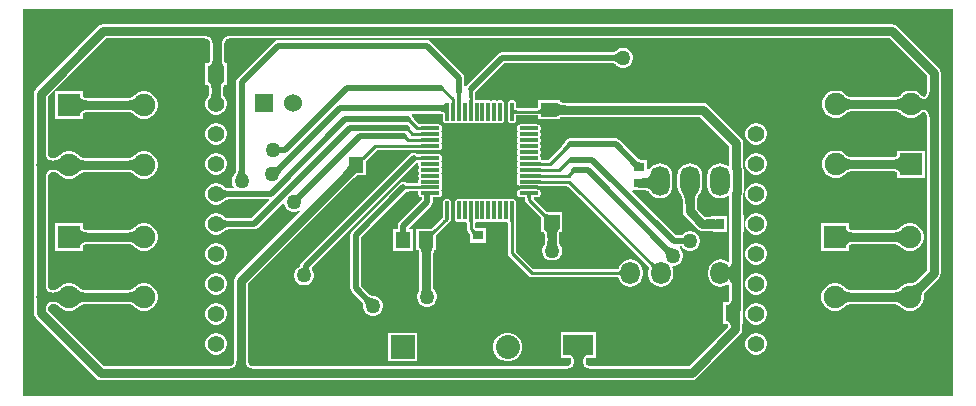
<source format=gbl>
G04*
G04 #@! TF.GenerationSoftware,Altium Limited,Altium Designer,23.2.1 (34)*
G04*
G04 Layer_Physical_Order=2*
G04 Layer_Color=16711680*
%FSLAX44Y44*%
%MOMM*%
G71*
G04*
G04 #@! TF.SameCoordinates,6051E094-9B17-4579-A263-E95DDA6BD904*
G04*
G04*
G04 #@! TF.FilePolarity,Positive*
G04*
G01*
G75*
%ADD16C,0.2540*%
%ADD19R,1.2700X1.3970*%
%ADD21R,1.3970X1.2700*%
%ADD23R,0.9500X0.8000*%
%ADD25R,0.8000X0.9500*%
%ADD51C,0.7620*%
%ADD52C,0.5080*%
%ADD53R,1.5240X1.5240*%
%ADD54C,1.5240*%
%ADD55C,2.0320*%
%ADD56R,2.0320X2.0320*%
%ADD57R,1.9050X1.9050*%
%ADD58C,1.9050*%
%ADD59O,1.6510X1.9050*%
%ADD60O,1.6764X2.5400*%
%ADD61R,1.3970X1.3970*%
%ADD62C,1.3970*%
%ADD63O,2.5400X1.7780*%
%ADD64R,2.5400X1.7780*%
%ADD65C,0.5000*%
%ADD66C,1.2700*%
G04:AMPARAMS|DCode=67|XSize=0.28mm|YSize=1.56mm|CornerRadius=0.07mm|HoleSize=0mm|Usage=FLASHONLY|Rotation=0.000|XOffset=0mm|YOffset=0mm|HoleType=Round|Shape=RoundedRectangle|*
%AMROUNDEDRECTD67*
21,1,0.2800,1.4200,0,0,0.0*
21,1,0.1400,1.5600,0,0,0.0*
1,1,0.1400,0.0700,-0.7100*
1,1,0.1400,-0.0700,-0.7100*
1,1,0.1400,-0.0700,0.7100*
1,1,0.1400,0.0700,0.7100*
%
%ADD67ROUNDEDRECTD67*%
G04:AMPARAMS|DCode=68|XSize=0.28mm|YSize=1.56mm|CornerRadius=0.07mm|HoleSize=0mm|Usage=FLASHONLY|Rotation=270.000|XOffset=0mm|YOffset=0mm|HoleType=Round|Shape=RoundedRectangle|*
%AMROUNDEDRECTD68*
21,1,0.2800,1.4200,0,0,270.0*
21,1,0.1400,1.5600,0,0,270.0*
1,1,0.1400,-0.7100,-0.0700*
1,1,0.1400,-0.7100,0.0700*
1,1,0.1400,0.7100,0.0700*
1,1,0.1400,0.7100,-0.0700*
%
%ADD68ROUNDEDRECTD68*%
G36*
X1080959Y290895D02*
X293943D01*
Y618806D01*
X1080959D01*
Y290895D01*
D02*
G37*
%LPC*%
G36*
X361569Y605778D02*
X359290Y605324D01*
X357357Y604033D01*
X304398Y551074D01*
X303107Y549141D01*
X302654Y546862D01*
Y486664D01*
Y374904D01*
Y361696D01*
X303107Y359417D01*
X304398Y357484D01*
X355706Y306176D01*
X357639Y304885D01*
X359918Y304431D01*
X859790D01*
X862069Y304885D01*
X864002Y306176D01*
X901105Y343279D01*
X902396Y345211D01*
X902849Y347491D01*
X902849Y347491D01*
Y351920D01*
X902882Y352425D01*
X903224D01*
Y354441D01*
X903233Y354487D01*
X903224Y354534D01*
Y362648D01*
X903281Y362733D01*
X903734Y365013D01*
Y394843D01*
Y430352D01*
X903810D01*
Y432368D01*
X903819Y432415D01*
X903816Y432429D01*
X903819Y432444D01*
X903810Y432487D01*
Y441807D01*
X903819Y441853D01*
X903815Y441875D01*
X903819Y441897D01*
X903810Y442320D01*
Y443916D01*
X903777D01*
X903734Y445929D01*
Y462683D01*
X903847Y463246D01*
X903847Y463246D01*
Y483666D01*
X903847Y483666D01*
X903734Y484229D01*
Y505572D01*
X903281Y507851D01*
X901990Y509784D01*
X873908Y537866D01*
X871975Y539157D01*
X869696Y539610D01*
X751712D01*
X751123Y539632D01*
X750123Y539742D01*
X749289Y539890D01*
X748658Y540060D01*
X748248Y540225D01*
X748157Y540280D01*
Y542036D01*
X746141D01*
X746095Y542045D01*
X746048Y542036D01*
X730123D01*
Y535384D01*
X711198D01*
Y539118D01*
X710985Y540183D01*
X710382Y541087D01*
X709478Y541691D01*
X708412Y541903D01*
X707012D01*
X705946Y541691D01*
X705042Y541087D01*
X704438Y540183D01*
X704227Y539118D01*
Y524917D01*
X704438Y523852D01*
X705042Y522948D01*
X705946Y522344D01*
X707012Y522132D01*
X708412D01*
X709478Y522344D01*
X710382Y522948D01*
X710985Y523852D01*
X711198Y524917D01*
Y528651D01*
X730123D01*
Y525272D01*
X746048D01*
X746095Y525263D01*
X746141Y525272D01*
X748157D01*
Y527028D01*
X748248Y527083D01*
X748658Y527248D01*
X749289Y527418D01*
X750095Y527561D01*
X751750Y527697D01*
X867229D01*
X891822Y503105D01*
Y486243D01*
X890552Y485617D01*
X888918Y486871D01*
X886385Y487920D01*
X883666Y488278D01*
X880947Y487920D01*
X878414Y486871D01*
X876239Y485201D01*
X874569Y483026D01*
X873520Y480493D01*
X873162Y477774D01*
Y469138D01*
X873520Y466419D01*
X874569Y463886D01*
X876239Y461711D01*
X878414Y460041D01*
X880947Y458992D01*
X883666Y458634D01*
X886385Y458992D01*
X888918Y460041D01*
X890552Y461295D01*
X891822Y460669D01*
Y443916D01*
X891746D01*
Y441900D01*
X891737Y441853D01*
X891740Y441839D01*
X891737Y441824D01*
X891746Y441781D01*
Y432461D01*
X891737Y432415D01*
X891741Y432393D01*
X891737Y432371D01*
X891746Y431948D01*
Y430352D01*
X891779D01*
X891822Y428339D01*
Y405193D01*
X891502Y404925D01*
X890464Y404634D01*
X889362Y405480D01*
X886859Y406516D01*
X884174Y406870D01*
X881489Y406516D01*
X878986Y405480D01*
X876837Y403831D01*
X875188Y401682D01*
X874152Y399179D01*
X873798Y396494D01*
Y393954D01*
X874152Y391269D01*
X875188Y388766D01*
X876837Y386617D01*
X878986Y384968D01*
X881489Y383932D01*
X884174Y383578D01*
X886859Y383932D01*
X889362Y384968D01*
X890297Y385686D01*
X890800Y385671D01*
X891731Y385185D01*
X891822Y384671D01*
Y374240D01*
X891759Y373527D01*
X891598Y372558D01*
X891391Y371787D01*
X891159Y371219D01*
X890934Y370849D01*
X890744Y370644D01*
X890590Y370540D01*
X890416Y370478D01*
X890241Y370459D01*
X886460D01*
Y352425D01*
X889696D01*
X890000Y352390D01*
X890040Y352374D01*
X890099Y352332D01*
X890223Y352184D01*
X890399Y351868D01*
X890589Y351358D01*
X890761Y350656D01*
X890877Y349898D01*
X857323Y316345D01*
X774204D01*
X773229Y316517D01*
X772401Y316793D01*
X771743Y317147D01*
X771219Y317575D01*
X770791Y318099D01*
X770437Y318757D01*
X770161Y319585D01*
X770025Y320352D01*
X770051Y320647D01*
X770212Y321611D01*
X770418Y322378D01*
X770649Y322942D01*
X770873Y323309D01*
X771061Y323511D01*
X771214Y323613D01*
X771388Y323674D01*
X771849Y323723D01*
X778764D01*
Y345567D01*
X749300D01*
Y323723D01*
X756215D01*
X756676Y323674D01*
X756850Y323613D01*
X757003Y323511D01*
X757191Y323309D01*
X757415Y322942D01*
X757646Y322378D01*
X757852Y321611D01*
X758013Y320647D01*
X758039Y320352D01*
X757903Y319585D01*
X757627Y318757D01*
X757273Y318099D01*
X756845Y317575D01*
X756321Y317147D01*
X755663Y316793D01*
X754835Y316517D01*
X753860Y316345D01*
X488550D01*
X487575Y316517D01*
X486747Y316793D01*
X486089Y317147D01*
X485565Y317575D01*
X485137Y318099D01*
X484783Y318757D01*
X484507Y319585D01*
X484334Y320560D01*
Y386376D01*
X572426Y474467D01*
X573875Y475814D01*
X575111Y476804D01*
X576220Y477578D01*
X576783Y477901D01*
X584200D01*
Y490539D01*
X593426Y499765D01*
X627684D01*
X627726Y499737D01*
X629014Y499481D01*
X630191D01*
X630246Y499444D01*
X631312Y499232D01*
X645512D01*
X646578Y499444D01*
X647482Y500048D01*
X648085Y500952D01*
X648298Y502018D01*
Y503418D01*
X648085Y504483D01*
X647595Y505218D01*
X648085Y505952D01*
X648298Y507018D01*
Y508418D01*
X648085Y509483D01*
X647595Y510218D01*
X648085Y510952D01*
X648298Y512018D01*
Y513418D01*
X648085Y514483D01*
X647595Y515218D01*
X648085Y515952D01*
X648298Y517018D01*
Y518418D01*
X648085Y519483D01*
X647482Y520387D01*
X646578Y520991D01*
X645512Y521203D01*
X631312D01*
X630877Y521116D01*
X629476Y521084D01*
X628709D01*
X624397Y525396D01*
X624067Y527056D01*
X623056Y528568D01*
X622801Y528738D01*
X623187Y530008D01*
X647418D01*
X647844Y529971D01*
X648438Y529874D01*
X648882Y529755D01*
X649169Y529638D01*
X649227Y529604D01*
Y524917D01*
X649438Y523852D01*
X650042Y522948D01*
X650946Y522344D01*
X652012Y522132D01*
X653412D01*
X654478Y522344D01*
X655212Y522835D01*
X655946Y522344D01*
X657012Y522132D01*
X658412D01*
X659478Y522344D01*
X660212Y522835D01*
X660946Y522344D01*
X662012Y522132D01*
X663412D01*
X664478Y522344D01*
X665212Y522835D01*
X665946Y522344D01*
X667012Y522132D01*
X668412D01*
X669478Y522344D01*
X670212Y522835D01*
X670946Y522344D01*
X672012Y522132D01*
X673412D01*
X674478Y522344D01*
X675212Y522835D01*
X675946Y522344D01*
X677012Y522132D01*
X678412D01*
X679478Y522344D01*
X680212Y522835D01*
X680946Y522344D01*
X682012Y522132D01*
X683412D01*
X684478Y522344D01*
X685212Y522835D01*
X685946Y522344D01*
X687012Y522132D01*
X688412D01*
X689478Y522344D01*
X690212Y522835D01*
X690946Y522344D01*
X692012Y522132D01*
X693412D01*
X694478Y522344D01*
X695212Y522835D01*
X695946Y522344D01*
X697012Y522132D01*
X698412D01*
X699478Y522344D01*
X700382Y522948D01*
X700985Y523852D01*
X701198Y524917D01*
Y539118D01*
X700985Y540183D01*
X700382Y541087D01*
X699478Y541691D01*
X698412Y541903D01*
X697012D01*
X695946Y541691D01*
X695212Y541200D01*
X694478Y541691D01*
X693412Y541903D01*
X692012D01*
X690946Y541691D01*
X690212Y541200D01*
X689478Y541691D01*
X688412Y541903D01*
X687012D01*
X685946Y541691D01*
X685212Y541200D01*
X684478Y541691D01*
X683412Y541903D01*
X682012D01*
X680946Y541691D01*
X680212Y541200D01*
X679478Y541691D01*
X678412Y541903D01*
X677012D01*
X676079Y542669D01*
Y545251D01*
X676135Y546888D01*
X676227Y547852D01*
X676250Y547992D01*
X701176Y572918D01*
X793158D01*
X793269Y572907D01*
X793700Y572836D01*
X794096Y572740D01*
X794459Y572621D01*
X794793Y572480D01*
X795102Y572317D01*
X795389Y572131D01*
X795658Y571921D01*
X795978Y571621D01*
X796121Y571532D01*
X796782Y570872D01*
X798693Y569768D01*
X800825Y569197D01*
X803032D01*
X805164Y569768D01*
X807075Y570872D01*
X808636Y572433D01*
X809739Y574344D01*
X810310Y576476D01*
Y578683D01*
X809739Y580815D01*
X808636Y582726D01*
X807075Y584286D01*
X805164Y585390D01*
X803032Y585961D01*
X800825D01*
X798693Y585390D01*
X796782Y584286D01*
X796121Y583626D01*
X795978Y583537D01*
X795658Y583238D01*
X795389Y583028D01*
X795102Y582842D01*
X794793Y582679D01*
X794459Y582537D01*
X794096Y582418D01*
X793700Y582322D01*
X793269Y582251D01*
X793158Y582241D01*
X699245D01*
X697461Y581886D01*
X695949Y580875D01*
X669416Y554342D01*
X668644Y553186D01*
X667374Y553572D01*
Y560806D01*
X667019Y562590D01*
X666008Y564102D01*
X638931Y591179D01*
X637419Y592190D01*
X635635Y592545D01*
X509778D01*
X507994Y592190D01*
X506482Y591179D01*
X475494Y560191D01*
X474483Y558679D01*
X474128Y556895D01*
Y481973D01*
X474118Y481862D01*
X474047Y481431D01*
X473951Y481035D01*
X473832Y480671D01*
X473691Y480337D01*
X473528Y480028D01*
X473342Y479741D01*
X473131Y479472D01*
X472832Y479152D01*
X472743Y479009D01*
X472083Y478349D01*
X470979Y476437D01*
X470408Y474305D01*
Y472099D01*
X470979Y469967D01*
X471992Y468212D01*
X471607Y466942D01*
X467098D01*
X466883Y466965D01*
X466417Y467052D01*
X465976Y467172D01*
X465556Y467325D01*
X465155Y467510D01*
X464767Y467730D01*
X464391Y467987D01*
X464026Y468283D01*
X463613Y468674D01*
X463465Y468767D01*
X462737Y469495D01*
X460680Y470682D01*
X458387Y471297D01*
X456013D01*
X453720Y470682D01*
X451663Y469495D01*
X449985Y467817D01*
X448797Y465760D01*
X448183Y463467D01*
Y461093D01*
X448797Y458800D01*
X449985Y456743D01*
X451663Y455065D01*
X453720Y453877D01*
X456013Y453263D01*
X458387D01*
X460680Y453877D01*
X462737Y455065D01*
X463465Y455793D01*
X463613Y455886D01*
X464026Y456277D01*
X464392Y456573D01*
X464767Y456830D01*
X465155Y457050D01*
X465556Y457235D01*
X465976Y457388D01*
X466417Y457508D01*
X466883Y457595D01*
X467098Y457618D01*
X501612D01*
X502098Y456445D01*
X487194Y441542D01*
X467098D01*
X466883Y441565D01*
X466417Y441652D01*
X465976Y441772D01*
X465556Y441925D01*
X465155Y442110D01*
X464767Y442330D01*
X464391Y442587D01*
X464026Y442883D01*
X463613Y443274D01*
X463465Y443367D01*
X462737Y444095D01*
X460680Y445283D01*
X458387Y445897D01*
X456013D01*
X453720Y445283D01*
X451663Y444095D01*
X449985Y442417D01*
X448797Y440360D01*
X448183Y438067D01*
Y435693D01*
X448797Y433400D01*
X449985Y431343D01*
X451663Y429665D01*
X453720Y428478D01*
X456013Y427863D01*
X458387D01*
X460680Y428478D01*
X462737Y429665D01*
X463465Y430393D01*
X463613Y430486D01*
X464026Y430877D01*
X464392Y431173D01*
X464767Y431430D01*
X465155Y431650D01*
X465556Y431835D01*
X465976Y431988D01*
X466417Y432108D01*
X466883Y432195D01*
X467098Y432218D01*
X489125D01*
X490909Y432573D01*
X492421Y433584D01*
X513607Y454770D01*
X514778Y454144D01*
X515302Y452187D01*
X516406Y450275D01*
X517966Y448715D01*
X519878Y447611D01*
X522010Y447040D01*
X524216D01*
X526348Y447611D01*
X527716Y448401D01*
X528496Y447385D01*
X474166Y393055D01*
X472875Y391123D01*
X472422Y388843D01*
Y320560D01*
X472249Y319585D01*
X471973Y318757D01*
X471619Y318099D01*
X471191Y317575D01*
X470667Y317147D01*
X470009Y316793D01*
X469181Y316517D01*
X468206Y316345D01*
X362385D01*
X314566Y364163D01*
Y364732D01*
X314739Y365707D01*
X315015Y366535D01*
X315369Y367193D01*
X315797Y367717D01*
X316321Y368145D01*
X316979Y368499D01*
X317807Y368775D01*
X318782Y368947D01*
X319633D01*
X319884Y368924D01*
X320603Y368805D01*
X321274Y368643D01*
X321899Y368438D01*
X322482Y368192D01*
X323025Y367905D01*
X323532Y367576D01*
X324009Y367204D01*
X324523Y366723D01*
X324665Y366635D01*
X325644Y365656D01*
X328279Y364135D01*
X331218Y363347D01*
X334262D01*
X337201Y364135D01*
X339836Y365656D01*
X340815Y366635D01*
X340957Y366723D01*
X341471Y367204D01*
X341947Y367576D01*
X342455Y367905D01*
X342998Y368192D01*
X343581Y368438D01*
X344205Y368643D01*
X344877Y368805D01*
X345596Y368924D01*
X345847Y368947D01*
X383133D01*
X383384Y368924D01*
X384104Y368805D01*
X384775Y368643D01*
X385400Y368438D01*
X385982Y368192D01*
X386525Y367905D01*
X387033Y367576D01*
X387509Y367204D01*
X388023Y366723D01*
X388165Y366635D01*
X389144Y365656D01*
X391779Y364135D01*
X394719Y363347D01*
X397761D01*
X400701Y364135D01*
X403336Y365656D01*
X405488Y367808D01*
X407009Y370443D01*
X407797Y373382D01*
Y376426D01*
X407009Y379365D01*
X405488Y382000D01*
X403336Y384152D01*
X400701Y385673D01*
X397761Y386461D01*
X394719D01*
X391779Y385673D01*
X389144Y384152D01*
X388165Y383173D01*
X388023Y383085D01*
X387509Y382604D01*
X387033Y382232D01*
X386525Y381903D01*
X385982Y381616D01*
X385399Y381370D01*
X384775Y381166D01*
X384104Y381003D01*
X383384Y380884D01*
X383133Y380860D01*
X345847D01*
X345596Y380884D01*
X344877Y381003D01*
X344206Y381166D01*
X343581Y381370D01*
X342998Y381616D01*
X342455Y381903D01*
X341948Y382232D01*
X341471Y382604D01*
X340957Y383085D01*
X340815Y383173D01*
X339836Y384152D01*
X337201Y385673D01*
X334262Y386461D01*
X331218D01*
X328279Y385673D01*
X325644Y384152D01*
X324665Y383173D01*
X324523Y383085D01*
X324009Y382604D01*
X323533Y382232D01*
X323025Y381903D01*
X322482Y381616D01*
X321899Y381370D01*
X321275Y381166D01*
X320603Y381003D01*
X319884Y380884D01*
X319633Y380860D01*
X318782D01*
X317807Y381033D01*
X316979Y381309D01*
X316321Y381663D01*
X315797Y382091D01*
X315369Y382615D01*
X315015Y383273D01*
X314739Y384101D01*
X314566Y385076D01*
Y476492D01*
X314739Y477467D01*
X315015Y478295D01*
X315369Y478953D01*
X315797Y479477D01*
X316321Y479905D01*
X316979Y480259D01*
X317807Y480535D01*
X318782Y480708D01*
X319633D01*
X319884Y480684D01*
X320603Y480565D01*
X321274Y480402D01*
X321899Y480198D01*
X322482Y479952D01*
X323025Y479665D01*
X323532Y479336D01*
X324009Y478964D01*
X324523Y478483D01*
X324665Y478395D01*
X325644Y477416D01*
X328279Y475895D01*
X331218Y475107D01*
X334262D01*
X337201Y475895D01*
X339836Y477416D01*
X340815Y478395D01*
X340957Y478483D01*
X341471Y478964D01*
X341947Y479336D01*
X342455Y479665D01*
X342998Y479952D01*
X343581Y480198D01*
X344205Y480402D01*
X344877Y480565D01*
X345596Y480684D01*
X345847Y480708D01*
X383133D01*
X383384Y480684D01*
X384104Y480565D01*
X384775Y480402D01*
X385400Y480198D01*
X385982Y479952D01*
X386525Y479665D01*
X387033Y479336D01*
X387509Y478964D01*
X388023Y478483D01*
X388165Y478395D01*
X389144Y477416D01*
X391779Y475895D01*
X394719Y475107D01*
X397761D01*
X400701Y475895D01*
X403336Y477416D01*
X405488Y479568D01*
X407009Y482203D01*
X407797Y485143D01*
Y488186D01*
X407009Y491125D01*
X405488Y493760D01*
X403336Y495912D01*
X400701Y497433D01*
X397761Y498221D01*
X394719D01*
X391779Y497433D01*
X389144Y495912D01*
X388165Y494933D01*
X388023Y494845D01*
X387509Y494364D01*
X387033Y493992D01*
X386525Y493663D01*
X385982Y493376D01*
X385399Y493130D01*
X384775Y492925D01*
X384104Y492763D01*
X383384Y492644D01*
X383133Y492621D01*
X345847D01*
X345596Y492644D01*
X344877Y492763D01*
X344206Y492925D01*
X343581Y493130D01*
X342998Y493376D01*
X342455Y493663D01*
X341948Y493992D01*
X341471Y494364D01*
X340957Y494845D01*
X340815Y494933D01*
X339836Y495912D01*
X337201Y497433D01*
X334262Y498221D01*
X331218D01*
X328279Y497433D01*
X325644Y495912D01*
X324665Y494933D01*
X324523Y494845D01*
X324009Y494364D01*
X323533Y493992D01*
X323025Y493663D01*
X322482Y493376D01*
X321899Y493130D01*
X321275Y492925D01*
X320603Y492763D01*
X319884Y492644D01*
X319633Y492621D01*
X318782D01*
X317807Y492793D01*
X316979Y493069D01*
X316321Y493423D01*
X315797Y493851D01*
X315369Y494375D01*
X315015Y495033D01*
X314739Y495861D01*
X314566Y496836D01*
Y544395D01*
X364036Y593865D01*
X448044D01*
X449019Y593693D01*
X449847Y593416D01*
X450505Y593062D01*
X451029Y592634D01*
X451457Y592110D01*
X451811Y591452D01*
X452087Y590624D01*
X452259Y589649D01*
Y576678D01*
X452197Y575964D01*
X452036Y574996D01*
X451829Y574224D01*
X451598Y573656D01*
X451372Y573286D01*
X451183Y573081D01*
X451029Y572978D01*
X450855Y572916D01*
X450681Y572897D01*
X448183D01*
Y556972D01*
X448174Y556926D01*
X448183Y556879D01*
Y554863D01*
X450041D01*
X450294Y554831D01*
X450299Y554829D01*
X450355Y554783D01*
X450495Y554600D01*
X450688Y554219D01*
X450888Y553625D01*
X451059Y552859D01*
X451244Y551066D01*
Y546812D01*
X451229Y546587D01*
X451169Y546113D01*
X451094Y545698D01*
X451011Y545367D01*
X450930Y545126D01*
X450864Y544980D01*
X450833Y544929D01*
X450733Y544811D01*
X450674Y544706D01*
X449985Y544017D01*
X448797Y541960D01*
X448183Y539667D01*
Y537293D01*
X448797Y535000D01*
X449985Y532943D01*
X451663Y531265D01*
X453720Y530078D01*
X456013Y529463D01*
X458387D01*
X460680Y530078D01*
X462737Y531265D01*
X464415Y532943D01*
X465602Y535000D01*
X466217Y537293D01*
Y539667D01*
X465602Y541960D01*
X464415Y544017D01*
X463726Y544706D01*
X463667Y544811D01*
X463567Y544929D01*
X463536Y544980D01*
X463470Y545126D01*
X463389Y545367D01*
X463306Y545698D01*
X463239Y546068D01*
X463157Y547068D01*
Y551271D01*
X463197Y551832D01*
X463334Y552825D01*
X463512Y553625D01*
X463712Y554219D01*
X463904Y554600D01*
X464045Y554783D01*
X464101Y554829D01*
X464106Y554831D01*
X464359Y554863D01*
X466217D01*
Y556879D01*
X466226Y556926D01*
X466217Y556972D01*
Y570792D01*
X466226Y570839D01*
X466217Y570886D01*
Y572897D01*
X464694D01*
X464554Y573306D01*
X464404Y573963D01*
X464279Y574795D01*
X464173Y576315D01*
Y589649D01*
X464345Y590624D01*
X464621Y591452D01*
X464975Y592110D01*
X465403Y592634D01*
X465927Y593062D01*
X466585Y593416D01*
X467413Y593693D01*
X468388Y593865D01*
X1027376D01*
X1058928Y562312D01*
Y548398D01*
X1058756Y547423D01*
X1058480Y546595D01*
X1058126Y545937D01*
X1057698Y545413D01*
X1057174Y544985D01*
X1056516Y544631D01*
X1056504Y544627D01*
X1056304Y544692D01*
X1055722Y544938D01*
X1055179Y545225D01*
X1054671Y545554D01*
X1054195Y545926D01*
X1053681Y546407D01*
X1053539Y546495D01*
X1052560Y547474D01*
X1049925Y548995D01*
X1046985Y549783D01*
X1043942D01*
X1041003Y548995D01*
X1038368Y547474D01*
X1037389Y546495D01*
X1037247Y546407D01*
X1036733Y545926D01*
X1036257Y545554D01*
X1035749Y545225D01*
X1035206Y544938D01*
X1034623Y544692D01*
X1033999Y544487D01*
X1033327Y544325D01*
X1032608Y544206D01*
X1032357Y544183D01*
X995071D01*
X994820Y544206D01*
X994100Y544325D01*
X993429Y544487D01*
X992804Y544692D01*
X992222Y544938D01*
X991679Y545225D01*
X991171Y545554D01*
X990695Y545926D01*
X990181Y546407D01*
X990039Y546495D01*
X989060Y547474D01*
X986425Y548995D01*
X983485Y549783D01*
X980443D01*
X977503Y548995D01*
X974868Y547474D01*
X972716Y545322D01*
X971195Y542687D01*
X970407Y539748D01*
Y536704D01*
X971195Y533765D01*
X972716Y531130D01*
X974868Y528978D01*
X977503Y527457D01*
X980443Y526669D01*
X983485D01*
X986425Y527457D01*
X989060Y528978D01*
X990039Y529957D01*
X990181Y530045D01*
X990695Y530526D01*
X991171Y530898D01*
X991679Y531227D01*
X992222Y531514D01*
X992805Y531760D01*
X993429Y531964D01*
X994100Y532127D01*
X994820Y532246D01*
X995071Y532270D01*
X1032357D01*
X1032608Y532246D01*
X1033327Y532127D01*
X1033998Y531964D01*
X1034623Y531760D01*
X1035206Y531514D01*
X1035749Y531227D01*
X1036256Y530898D01*
X1036733Y530526D01*
X1037247Y530045D01*
X1037389Y529957D01*
X1038368Y528978D01*
X1041003Y527457D01*
X1043942Y526669D01*
X1046985D01*
X1049925Y527457D01*
X1052560Y528978D01*
X1053539Y529957D01*
X1053681Y530045D01*
X1054195Y530526D01*
X1054671Y530898D01*
X1055179Y531227D01*
X1055722Y531514D01*
X1056305Y531760D01*
X1056504Y531825D01*
X1056516Y531821D01*
X1057174Y531467D01*
X1057698Y531039D01*
X1058126Y530515D01*
X1058480Y529857D01*
X1058756Y529029D01*
X1058928Y528054D01*
Y397554D01*
X1049758Y388384D01*
X1049564Y388223D01*
X1048971Y387798D01*
X1048382Y387439D01*
X1047795Y387142D01*
X1047209Y386904D01*
X1046623Y386723D01*
X1046031Y386596D01*
X1045431Y386523D01*
X1044728Y386499D01*
X1044565Y386461D01*
X1043180D01*
X1040241Y385673D01*
X1037606Y384152D01*
X1036627Y383173D01*
X1036485Y383085D01*
X1035971Y382604D01*
X1035495Y382232D01*
X1034987Y381903D01*
X1034444Y381616D01*
X1033861Y381370D01*
X1033237Y381166D01*
X1032566Y381003D01*
X1031846Y380884D01*
X1031595Y380860D01*
X994309D01*
X994058Y380884D01*
X993338Y381003D01*
X992667Y381166D01*
X992042Y381370D01*
X991460Y381616D01*
X990917Y381903D01*
X990409Y382232D01*
X989933Y382604D01*
X989419Y383085D01*
X989277Y383173D01*
X988298Y384152D01*
X985663Y385673D01*
X982723Y386461D01*
X979680D01*
X976741Y385673D01*
X974106Y384152D01*
X971954Y382000D01*
X970433Y379365D01*
X969645Y376426D01*
Y373382D01*
X970433Y370443D01*
X971954Y367808D01*
X974106Y365656D01*
X976741Y364135D01*
X979680Y363347D01*
X982723D01*
X985663Y364135D01*
X988298Y365656D01*
X989277Y366635D01*
X989419Y366723D01*
X989933Y367204D01*
X990409Y367576D01*
X990917Y367905D01*
X991460Y368192D01*
X992043Y368438D01*
X992667Y368643D01*
X993338Y368805D01*
X994058Y368924D01*
X994309Y368947D01*
X1031595D01*
X1031846Y368924D01*
X1032566Y368805D01*
X1033236Y368643D01*
X1033861Y368438D01*
X1034444Y368192D01*
X1034987Y367905D01*
X1035495Y367576D01*
X1035971Y367204D01*
X1036485Y366723D01*
X1036627Y366635D01*
X1037606Y365656D01*
X1040241Y364135D01*
X1043180Y363347D01*
X1046224D01*
X1049163Y364135D01*
X1051798Y365656D01*
X1053950Y367808D01*
X1055471Y370443D01*
X1056259Y373382D01*
Y374767D01*
X1056297Y374930D01*
X1056321Y375633D01*
X1056394Y376233D01*
X1056521Y376825D01*
X1056702Y377411D01*
X1056940Y377997D01*
X1057237Y378584D01*
X1057596Y379173D01*
X1058021Y379766D01*
X1058182Y379960D01*
X1069097Y390875D01*
X1070388Y392807D01*
X1070841Y395087D01*
Y538226D01*
Y564779D01*
X1070388Y567059D01*
X1069097Y568991D01*
X1068980Y569108D01*
X1068657Y569324D01*
X1068441Y569647D01*
X1034055Y604033D01*
X1032122Y605324D01*
X1029843Y605778D01*
X361569D01*
X361569Y605778D01*
D02*
G37*
G36*
X397761Y549021D02*
X394719D01*
X391779Y548233D01*
X389144Y546712D01*
X388165Y545733D01*
X388023Y545645D01*
X387509Y545164D01*
X387033Y544792D01*
X386525Y544463D01*
X385982Y544176D01*
X385399Y543930D01*
X384775Y543726D01*
X384104Y543563D01*
X383384Y543444D01*
X383133Y543420D01*
X348076D01*
X347361Y543483D01*
X346392Y543644D01*
X345620Y543851D01*
X345052Y544082D01*
X344683Y544308D01*
X344478Y544496D01*
X344376Y544649D01*
X344315Y544821D01*
X344297Y544993D01*
Y549021D01*
X321183D01*
Y525907D01*
X344297D01*
Y529935D01*
X344315Y530107D01*
X344376Y530279D01*
X344478Y530432D01*
X344683Y530620D01*
X345052Y530845D01*
X345620Y531077D01*
X346392Y531284D01*
X347361Y531445D01*
X348076Y531507D01*
X383133D01*
X383384Y531484D01*
X384104Y531365D01*
X384775Y531203D01*
X385400Y530998D01*
X385982Y530752D01*
X386525Y530465D01*
X387033Y530136D01*
X387509Y529764D01*
X388023Y529283D01*
X388165Y529195D01*
X389144Y528216D01*
X391779Y526695D01*
X394719Y525907D01*
X397761D01*
X400701Y526695D01*
X403336Y528216D01*
X405488Y530368D01*
X407009Y533003D01*
X407797Y535942D01*
Y538985D01*
X407009Y541925D01*
X405488Y544560D01*
X403336Y546712D01*
X400701Y548233D01*
X397761Y549021D01*
D02*
G37*
G36*
X915587Y522097D02*
X913213D01*
X910920Y521483D01*
X908863Y520295D01*
X907185Y518617D01*
X905997Y516560D01*
X905383Y514267D01*
Y511893D01*
X905997Y509600D01*
X907185Y507543D01*
X908863Y505865D01*
X910920Y504678D01*
X913213Y504063D01*
X915587D01*
X917880Y504678D01*
X919937Y505865D01*
X921615Y507543D01*
X922803Y509600D01*
X923417Y511893D01*
Y514267D01*
X922803Y516560D01*
X921615Y518617D01*
X919937Y520295D01*
X917880Y521483D01*
X915587Y522097D01*
D02*
G37*
G36*
X458387D02*
X456013D01*
X453720Y521483D01*
X451663Y520295D01*
X449985Y518617D01*
X448797Y516560D01*
X448183Y514267D01*
Y511893D01*
X448797Y509600D01*
X449985Y507543D01*
X451663Y505865D01*
X453720Y504678D01*
X456013Y504063D01*
X458387D01*
X460680Y504678D01*
X462737Y505865D01*
X464415Y507543D01*
X465602Y509600D01*
X466217Y511893D01*
Y514267D01*
X465602Y516560D01*
X464415Y518617D01*
X462737Y520295D01*
X460680Y521483D01*
X458387Y522097D01*
D02*
G37*
G36*
X1057021Y498983D02*
X1033907D01*
Y494955D01*
X1033889Y494783D01*
X1033828Y494611D01*
X1033726Y494458D01*
X1033521Y494269D01*
X1033152Y494044D01*
X1032584Y493813D01*
X1031812Y493606D01*
X1030843Y493445D01*
X1030128Y493382D01*
X995071D01*
X994820Y493406D01*
X994100Y493525D01*
X993429Y493688D01*
X992804Y493892D01*
X992222Y494138D01*
X991679Y494425D01*
X991171Y494754D01*
X990695Y495126D01*
X990181Y495607D01*
X990039Y495695D01*
X989060Y496674D01*
X986425Y498195D01*
X983485Y498983D01*
X980443D01*
X977503Y498195D01*
X974868Y496674D01*
X972716Y494522D01*
X971195Y491887D01*
X970407Y488947D01*
Y485905D01*
X971195Y482965D01*
X972716Y480330D01*
X974868Y478178D01*
X977503Y476657D01*
X980443Y475869D01*
X983485D01*
X986425Y476657D01*
X989060Y478178D01*
X990039Y479157D01*
X990181Y479245D01*
X990695Y479726D01*
X991171Y480098D01*
X991679Y480427D01*
X992222Y480714D01*
X992805Y480960D01*
X993429Y481165D01*
X994100Y481327D01*
X994820Y481446D01*
X995071Y481469D01*
X1030128D01*
X1030843Y481407D01*
X1031812Y481246D01*
X1032584Y481039D01*
X1033152Y480807D01*
X1033521Y480583D01*
X1033726Y480394D01*
X1033828Y480241D01*
X1033889Y480069D01*
X1033907Y479897D01*
Y475869D01*
X1057021D01*
Y498983D01*
D02*
G37*
G36*
X915587Y496697D02*
X913213D01*
X910920Y496082D01*
X908863Y494895D01*
X907185Y493217D01*
X905997Y491160D01*
X905383Y488867D01*
Y486493D01*
X905997Y484200D01*
X907185Y482143D01*
X908863Y480465D01*
X910920Y479277D01*
X913213Y478663D01*
X915587D01*
X917880Y479277D01*
X919937Y480465D01*
X921615Y482143D01*
X922803Y484200D01*
X923417Y486493D01*
Y488867D01*
X922803Y491160D01*
X921615Y493217D01*
X919937Y494895D01*
X917880Y496082D01*
X915587Y496697D01*
D02*
G37*
G36*
X458387D02*
X456013D01*
X453720Y496082D01*
X451663Y494895D01*
X449985Y493217D01*
X448797Y491160D01*
X448183Y488867D01*
Y486493D01*
X448797Y484200D01*
X449985Y482143D01*
X451663Y480465D01*
X453720Y479277D01*
X456013Y478663D01*
X458387D01*
X460680Y479277D01*
X462737Y480465D01*
X464415Y482143D01*
X465602Y484200D01*
X466217Y486493D01*
Y488867D01*
X465602Y491160D01*
X464415Y493217D01*
X462737Y494895D01*
X460680Y496082D01*
X458387Y496697D01*
D02*
G37*
G36*
X624417Y497379D02*
X622633Y497024D01*
X621120Y496014D01*
X530038Y404931D01*
X529027Y403419D01*
X528672Y401635D01*
Y401011D01*
X528641Y401003D01*
X526729Y399899D01*
X525169Y398339D01*
X524065Y396427D01*
X523494Y394296D01*
Y392089D01*
X524065Y389957D01*
X525169Y388045D01*
X526729Y386485D01*
X528641Y385381D01*
X530773Y384810D01*
X532980D01*
X535111Y385381D01*
X537023Y386485D01*
X538583Y388045D01*
X539687Y389957D01*
X540258Y392089D01*
Y394296D01*
X539687Y396427D01*
X538583Y398339D01*
X538344Y398578D01*
Y400052D01*
X627361Y489070D01*
X628483Y488470D01*
X628526Y488418D01*
Y487018D01*
X628739Y485952D01*
X629229Y485218D01*
X628739Y484483D01*
X628526Y483418D01*
Y482018D01*
X628739Y480952D01*
X629229Y480218D01*
X628739Y479483D01*
X628526Y478418D01*
Y477018D01*
X628739Y475952D01*
X629229Y475218D01*
X628739Y474483D01*
X628526Y473418D01*
Y472018D01*
X627761Y471084D01*
X621341D01*
X619703Y471140D01*
X618739Y471233D01*
X618468Y471278D01*
X618435Y471286D01*
X617329Y472024D01*
X615546Y472379D01*
X613762Y472024D01*
X612249Y471014D01*
X572141Y430905D01*
X571130Y429393D01*
X570775Y427609D01*
Y382397D01*
X571130Y380613D01*
X572141Y379101D01*
X580798Y370444D01*
X580869Y370358D01*
X581124Y370003D01*
X581336Y369655D01*
X581508Y369314D01*
X581645Y368977D01*
X581748Y368644D01*
X581819Y368310D01*
X581861Y367970D01*
X581876Y367532D01*
X581914Y367368D01*
Y366435D01*
X582485Y364303D01*
X583589Y362391D01*
X585149Y360831D01*
X587061Y359727D01*
X589193Y359156D01*
X591399D01*
X593531Y359727D01*
X595443Y360831D01*
X597003Y362391D01*
X598107Y364303D01*
X598678Y366435D01*
Y368642D01*
X598107Y370773D01*
X597003Y372685D01*
X595443Y374245D01*
X593531Y375349D01*
X591399Y375920D01*
X590466D01*
X590302Y375958D01*
X589864Y375973D01*
X589524Y376015D01*
X589190Y376086D01*
X588857Y376189D01*
X588520Y376326D01*
X588179Y376498D01*
X587831Y376711D01*
X587477Y376965D01*
X587390Y377036D01*
X580099Y384328D01*
Y425678D01*
X618567Y464147D01*
X621651Y464351D01*
X627761D01*
X628526Y463418D01*
Y462018D01*
X628739Y460952D01*
X629342Y460048D01*
X630246Y459444D01*
X631312Y459232D01*
X631466D01*
Y457464D01*
X612400Y438398D01*
X611389Y436886D01*
X611034Y435102D01*
Y432181D01*
X607314D01*
Y414147D01*
X624078D01*
Y432181D01*
X621033D01*
X620637Y433451D01*
X639424Y452237D01*
X640434Y453749D01*
X640789Y455533D01*
Y459232D01*
X645512D01*
X646578Y459444D01*
X647482Y460048D01*
X648085Y460952D01*
X648298Y462018D01*
Y463418D01*
X648085Y464483D01*
X647595Y465218D01*
X648085Y465952D01*
X648298Y467018D01*
Y468418D01*
X648085Y469483D01*
X647595Y470218D01*
X648085Y470952D01*
X648298Y472018D01*
Y473418D01*
X648085Y474483D01*
X647595Y475218D01*
X648085Y475952D01*
X648298Y477018D01*
Y478418D01*
X648085Y479483D01*
X647595Y480218D01*
X648085Y480952D01*
X648298Y482018D01*
Y483418D01*
X648085Y484483D01*
X647595Y485218D01*
X648085Y485952D01*
X648298Y487018D01*
Y488418D01*
X648085Y489483D01*
X647595Y490218D01*
X648085Y490952D01*
X648298Y492018D01*
Y493418D01*
X648085Y494483D01*
X647482Y495387D01*
X646578Y495991D01*
X645512Y496203D01*
X631312D01*
X630715Y496084D01*
X627607D01*
X626200Y497024D01*
X624417Y497379D01*
D02*
G37*
G36*
X729112Y521203D02*
X714912D01*
X713846Y520991D01*
X712942Y520387D01*
X712338Y519483D01*
X712126Y518418D01*
Y517018D01*
X712338Y515952D01*
X712829Y515218D01*
X712338Y514483D01*
X712126Y513418D01*
Y512018D01*
X712338Y510952D01*
X712829Y510218D01*
X712338Y509483D01*
X712126Y508418D01*
Y507018D01*
X712338Y505952D01*
X712829Y505218D01*
X712338Y504483D01*
X712126Y503418D01*
Y502018D01*
X712338Y500952D01*
X712829Y500218D01*
X712338Y499483D01*
X712126Y498418D01*
Y497018D01*
X712338Y495952D01*
X712829Y495218D01*
X712338Y494483D01*
X712126Y493418D01*
Y492018D01*
X712338Y490952D01*
X712829Y490218D01*
X712338Y489483D01*
X712126Y488418D01*
Y487018D01*
X712338Y485952D01*
X712829Y485218D01*
X712338Y484483D01*
X712126Y483418D01*
Y482018D01*
X712338Y480952D01*
X712829Y480218D01*
X712338Y479483D01*
X712126Y478418D01*
Y477018D01*
X712338Y475952D01*
X712829Y475218D01*
X712338Y474483D01*
X712126Y473418D01*
Y472018D01*
X712338Y470952D01*
X712942Y470048D01*
X713846Y469444D01*
X714912Y469232D01*
X729112D01*
X729547Y469319D01*
X730948Y469351D01*
X754740D01*
X823648Y400443D01*
X823768Y400303D01*
X823940Y400074D01*
X823962Y400038D01*
X823606Y399179D01*
X823252Y396494D01*
Y393954D01*
X823606Y391269D01*
X824642Y388766D01*
X826291Y386617D01*
X828440Y384968D01*
X830943Y383932D01*
X833628Y383578D01*
X836313Y383932D01*
X838816Y384968D01*
X840965Y386617D01*
X842614Y388766D01*
X843650Y391269D01*
X844004Y393954D01*
Y396494D01*
X843650Y399179D01*
X843183Y400308D01*
X844033Y401574D01*
X845399D01*
X847531Y402145D01*
X849443Y403249D01*
X851003Y404809D01*
X852107Y406721D01*
X852678Y408853D01*
Y411059D01*
X852107Y413191D01*
X851003Y415103D01*
X849635Y416470D01*
X849908Y417740D01*
X851533D01*
X851813Y417255D01*
X853373Y415695D01*
X855285Y414591D01*
X857417Y414020D01*
X859623D01*
X861755Y414591D01*
X863667Y415695D01*
X865227Y417255D01*
X866331Y419167D01*
X866902Y421298D01*
Y423506D01*
X866331Y425637D01*
X865227Y427549D01*
X863667Y429109D01*
X861755Y430213D01*
X859623Y430784D01*
X857417D01*
X855285Y430213D01*
X853373Y429109D01*
X851813Y427549D01*
X851533Y427064D01*
X846481D01*
X809564Y463980D01*
X810090Y465250D01*
X820267D01*
X820313Y465241D01*
X820360Y465250D01*
X820361D01*
X820408Y465243D01*
X820564Y465250D01*
X821388D01*
X822265Y465056D01*
X823062Y464791D01*
X823478Y464589D01*
X823769Y463886D01*
X825439Y461711D01*
X827614Y460041D01*
X830147Y458992D01*
X832866Y458634D01*
X835585Y458992D01*
X838118Y460041D01*
X840293Y461711D01*
X841963Y463886D01*
X843012Y466419D01*
X843370Y469138D01*
Y477774D01*
X843012Y480493D01*
X841963Y483026D01*
X840293Y485201D01*
X838118Y486871D01*
X835585Y487920D01*
X832866Y488278D01*
X830147Y487920D01*
X827614Y486871D01*
X825439Y485201D01*
X823769Y483026D01*
X823646Y482728D01*
X822376Y482981D01*
Y491314D01*
X818106D01*
X818059Y491323D01*
X818012Y491314D01*
X815931D01*
X815718Y491436D01*
X815048Y491902D01*
X813544Y493174D01*
X798724Y507994D01*
X797212Y509005D01*
X795428Y509360D01*
X756666D01*
X754882Y509005D01*
X753370Y507994D01*
X752359Y506482D01*
X752104Y505200D01*
X749969Y502762D01*
X738291Y491084D01*
X732663D01*
X731898Y492018D01*
Y493418D01*
X731685Y494483D01*
X731195Y495218D01*
X731685Y495952D01*
X731898Y497018D01*
Y498418D01*
X731685Y499483D01*
X731195Y500218D01*
X731685Y500952D01*
X731898Y502018D01*
Y503418D01*
X731685Y504483D01*
X731195Y505218D01*
X731685Y505952D01*
X731898Y507018D01*
Y508418D01*
X731685Y509483D01*
X731195Y510218D01*
X731685Y510952D01*
X731898Y512018D01*
Y513418D01*
X731685Y514483D01*
X731195Y515218D01*
X731685Y515952D01*
X731898Y517018D01*
Y518418D01*
X731685Y519483D01*
X731082Y520387D01*
X730178Y520991D01*
X729112Y521203D01*
D02*
G37*
G36*
X708412Y458303D02*
X707012D01*
X705946Y458091D01*
X705212Y457601D01*
X704478Y458091D01*
X703412Y458303D01*
X702012D01*
X700946Y458091D01*
X700212Y457601D01*
X699478Y458091D01*
X698412Y458303D01*
X697012D01*
X695946Y458091D01*
X695212Y457601D01*
X694478Y458091D01*
X693412Y458303D01*
X692012D01*
X690946Y458091D01*
X690212Y457601D01*
X689478Y458091D01*
X688412Y458303D01*
X687012D01*
X685946Y458091D01*
X685212Y457601D01*
X684478Y458091D01*
X683412Y458303D01*
X682012D01*
X680946Y458091D01*
X680212Y457601D01*
X679478Y458091D01*
X678412Y458303D01*
X677012D01*
X675946Y458091D01*
X675212Y457601D01*
X674478Y458091D01*
X673412Y458303D01*
X672012D01*
X670946Y458091D01*
X670212Y457601D01*
X669478Y458091D01*
X668412Y458303D01*
X667012D01*
X665946Y458091D01*
X665212Y457601D01*
X664478Y458091D01*
X663412Y458303D01*
X662012D01*
X660946Y458091D01*
X660042Y457487D01*
X659438Y456584D01*
X659227Y455518D01*
Y441318D01*
X659438Y440252D01*
X660042Y439348D01*
X660946Y438744D01*
X662012Y438532D01*
X663412D01*
X664478Y438744D01*
X665212Y439235D01*
X665946Y438744D01*
X667012Y438532D01*
X668412D01*
X669345Y437766D01*
Y432596D01*
X669602Y431308D01*
X670331Y430215D01*
X671548Y428999D01*
X672008Y428478D01*
X672160Y428280D01*
Y421084D01*
X685724D01*
Y433148D01*
X677042D01*
X676247Y433822D01*
X676079Y433991D01*
Y437766D01*
X677012Y438532D01*
X678412D01*
X679478Y438744D01*
X680212Y439235D01*
X680946Y438744D01*
X682012Y438532D01*
X683412D01*
X684478Y438744D01*
X685212Y439235D01*
X685946Y438744D01*
X687012Y438532D01*
X688412D01*
X689478Y438744D01*
X690212Y439235D01*
X690946Y438744D01*
X692012Y438532D01*
X693412D01*
X694478Y438744D01*
X695212Y439235D01*
X695946Y438744D01*
X697012Y438532D01*
X698412D01*
X699478Y438744D01*
X700212Y439235D01*
X700946Y438744D01*
X702012Y438532D01*
X703412D01*
X704345Y437766D01*
Y411920D01*
X704602Y410632D01*
X705331Y409539D01*
X722027Y392843D01*
X723120Y392114D01*
X724408Y391857D01*
X797743D01*
X797876Y391846D01*
X797952Y391269D01*
X798988Y388766D01*
X800637Y386617D01*
X802786Y384968D01*
X805289Y383932D01*
X807974Y383578D01*
X810659Y383932D01*
X813162Y384968D01*
X815311Y386617D01*
X816960Y388766D01*
X817996Y391269D01*
X818350Y393954D01*
Y396494D01*
X817996Y399179D01*
X816960Y401682D01*
X815311Y403831D01*
X813162Y405480D01*
X810659Y406516D01*
X807974Y406870D01*
X805289Y406516D01*
X802786Y405480D01*
X800637Y403831D01*
X798988Y401682D01*
X797952Y399179D01*
X797876Y398602D01*
X797743Y398591D01*
X725803D01*
X711079Y413315D01*
Y440598D01*
X711087Y440753D01*
X711088Y440770D01*
X711198Y441318D01*
Y455518D01*
X710985Y456584D01*
X710382Y457487D01*
X709478Y458091D01*
X708412Y458303D01*
D02*
G37*
G36*
X915587Y471297D02*
X913213D01*
X910920Y470682D01*
X908863Y469495D01*
X907185Y467817D01*
X905997Y465760D01*
X905383Y463467D01*
Y461093D01*
X905997Y458800D01*
X907185Y456743D01*
X908863Y455065D01*
X910920Y453877D01*
X913213Y453263D01*
X915587D01*
X917880Y453877D01*
X919937Y455065D01*
X921615Y456743D01*
X922803Y458800D01*
X923417Y461093D01*
Y463467D01*
X922803Y465760D01*
X921615Y467817D01*
X919937Y469495D01*
X917880Y470682D01*
X915587Y471297D01*
D02*
G37*
G36*
X1046224Y437261D02*
X1043180D01*
X1040241Y436473D01*
X1037606Y434952D01*
X1036627Y433973D01*
X1036485Y433885D01*
X1035971Y433404D01*
X1035495Y433032D01*
X1034987Y432703D01*
X1034444Y432416D01*
X1033861Y432170D01*
X1033237Y431965D01*
X1032566Y431803D01*
X1031846Y431684D01*
X1031595Y431660D01*
X996538D01*
X995823Y431723D01*
X994854Y431884D01*
X994082Y432091D01*
X993514Y432323D01*
X993145Y432547D01*
X992941Y432736D01*
X992838Y432889D01*
X992777Y433061D01*
X992759Y433233D01*
Y437261D01*
X969645D01*
Y414147D01*
X992759D01*
Y418175D01*
X992777Y418347D01*
X992838Y418519D01*
X992941Y418672D01*
X993145Y418861D01*
X993514Y419086D01*
X994082Y419317D01*
X994854Y419524D01*
X995823Y419685D01*
X996538Y419748D01*
X1031595D01*
X1031846Y419724D01*
X1032566Y419605D01*
X1033236Y419442D01*
X1033861Y419238D01*
X1034444Y418992D01*
X1034987Y418705D01*
X1035495Y418376D01*
X1035971Y418004D01*
X1036485Y417523D01*
X1036627Y417435D01*
X1037606Y416456D01*
X1040241Y414935D01*
X1043180Y414147D01*
X1046224D01*
X1049163Y414935D01*
X1051798Y416456D01*
X1053950Y418608D01*
X1055471Y421243D01*
X1056259Y424183D01*
Y427225D01*
X1055471Y430165D01*
X1053950Y432800D01*
X1051798Y434952D01*
X1049163Y436473D01*
X1046224Y437261D01*
D02*
G37*
G36*
X397761D02*
X394719D01*
X391779Y436473D01*
X389144Y434952D01*
X388165Y433973D01*
X388023Y433885D01*
X387509Y433404D01*
X387033Y433032D01*
X386525Y432703D01*
X385982Y432416D01*
X385399Y432170D01*
X384775Y431965D01*
X384104Y431803D01*
X383384Y431684D01*
X383133Y431660D01*
X348076D01*
X347361Y431723D01*
X346392Y431884D01*
X345620Y432091D01*
X345052Y432323D01*
X344683Y432547D01*
X344478Y432736D01*
X344376Y432889D01*
X344315Y433061D01*
X344297Y433233D01*
Y437261D01*
X321183D01*
Y414147D01*
X344297D01*
Y418175D01*
X344315Y418347D01*
X344376Y418519D01*
X344478Y418672D01*
X344683Y418861D01*
X345052Y419086D01*
X345620Y419317D01*
X346392Y419524D01*
X347361Y419685D01*
X348076Y419748D01*
X383133D01*
X383384Y419724D01*
X384104Y419605D01*
X384775Y419442D01*
X385400Y419238D01*
X385982Y418992D01*
X386525Y418705D01*
X387033Y418376D01*
X387509Y418004D01*
X388023Y417523D01*
X388165Y417435D01*
X389144Y416456D01*
X391779Y414935D01*
X394719Y414147D01*
X397761D01*
X400701Y414935D01*
X403336Y416456D01*
X405488Y418608D01*
X407009Y421243D01*
X407797Y424183D01*
Y427225D01*
X407009Y430165D01*
X405488Y432800D01*
X403336Y434952D01*
X400701Y436473D01*
X397761Y437261D01*
D02*
G37*
G36*
X858266Y488278D02*
X855547Y487920D01*
X853014Y486871D01*
X850839Y485201D01*
X849169Y483026D01*
X848120Y480493D01*
X847762Y477774D01*
Y469138D01*
X848120Y466419D01*
X849169Y463886D01*
X849566Y463369D01*
X849634Y463229D01*
X850184Y462498D01*
X850633Y461788D01*
X851032Y461028D01*
X851382Y460214D01*
X851681Y459342D01*
X851930Y458413D01*
X852126Y457423D01*
X852268Y456371D01*
X852309Y455839D01*
Y447421D01*
X852763Y445142D01*
X854054Y443209D01*
X864341Y432922D01*
X866274Y431631D01*
X868553Y431177D01*
X875710D01*
X875971Y431172D01*
X877671Y431037D01*
X877746Y431026D01*
Y430352D01*
X879762D01*
X879809Y430343D01*
X879832Y430347D01*
X879855Y430343D01*
X879895Y430352D01*
X889810D01*
Y443916D01*
X879895D01*
X879855Y443925D01*
X879832Y443921D01*
X879809Y443925D01*
X879762Y443916D01*
X877746D01*
Y443293D01*
X874590Y443091D01*
X871020D01*
X864222Y449888D01*
Y455839D01*
X864264Y456371D01*
X864406Y457423D01*
X864602Y458413D01*
X864851Y459342D01*
X865150Y460214D01*
X865500Y461028D01*
X865899Y461788D01*
X866348Y462498D01*
X866898Y463229D01*
X866966Y463369D01*
X867363Y463886D01*
X868412Y466419D01*
X868770Y469138D01*
Y477774D01*
X868412Y480493D01*
X867363Y483026D01*
X865693Y485201D01*
X863518Y486871D01*
X860985Y487920D01*
X858266Y488278D01*
D02*
G37*
G36*
X915587Y445897D02*
X913213D01*
X910920Y445283D01*
X908863Y444095D01*
X907185Y442417D01*
X905997Y440360D01*
X905383Y438067D01*
Y435693D01*
X905997Y433400D01*
X907185Y431343D01*
X908863Y429665D01*
X910920Y428478D01*
X913213Y427863D01*
X915587D01*
X917880Y428478D01*
X919937Y429665D01*
X921615Y431343D01*
X922803Y433400D01*
X923417Y435693D01*
Y438067D01*
X922803Y440360D01*
X921615Y442417D01*
X919937Y444095D01*
X917880Y445283D01*
X915587Y445897D01*
D02*
G37*
G36*
X729112Y466203D02*
X714912D01*
X713846Y465991D01*
X712942Y465387D01*
X712338Y464483D01*
X712126Y463418D01*
Y462018D01*
X712338Y460952D01*
X712942Y460048D01*
X713846Y459444D01*
X714912Y459232D01*
X718645D01*
Y457437D01*
X718902Y456149D01*
X719631Y455056D01*
X731641Y443047D01*
X732039Y442618D01*
X732308Y442282D01*
X732409Y442137D01*
Y441432D01*
X732400Y441385D01*
X732409Y441339D01*
Y432385D01*
X732400Y432338D01*
X732409Y432292D01*
Y430276D01*
X734267D01*
X734520Y430244D01*
X734525Y430242D01*
X734581Y430196D01*
X734722Y430013D01*
X734914Y429632D01*
X735115Y429038D01*
X735285Y428272D01*
X735470Y426479D01*
Y420442D01*
X735436Y420002D01*
X735398Y419714D01*
X735370Y419564D01*
X735227Y419421D01*
X734123Y417509D01*
X733552Y415378D01*
Y413171D01*
X734123Y411039D01*
X735227Y409127D01*
X736787Y407567D01*
X738699Y406463D01*
X740831Y405892D01*
X743037D01*
X745169Y406463D01*
X747081Y407567D01*
X748641Y409127D01*
X749745Y411039D01*
X750316Y413171D01*
Y415378D01*
X749745Y417509D01*
X748641Y419421D01*
X747571Y420490D01*
X747571Y420492D01*
X747524Y420654D01*
X747468Y420922D01*
X747421Y421244D01*
X747383Y421831D01*
Y426684D01*
X747423Y427245D01*
X747560Y428238D01*
X747738Y429038D01*
X747938Y429632D01*
X748130Y430013D01*
X748271Y430196D01*
X748327Y430242D01*
X748332Y430244D01*
X748585Y430276D01*
X750443D01*
Y432292D01*
X750452Y432338D01*
X750443Y432385D01*
Y447040D01*
X738111D01*
X738064Y447049D01*
X738017Y447040D01*
X737312D01*
X737190Y447125D01*
X736508Y447702D01*
X726248Y457962D01*
X726774Y459232D01*
X729112D01*
X730178Y459444D01*
X731082Y460048D01*
X731685Y460952D01*
X731898Y462018D01*
Y463418D01*
X731685Y464483D01*
X731082Y465387D01*
X730178Y465991D01*
X729112Y466203D01*
D02*
G37*
G36*
X915587Y420497D02*
X913213D01*
X910920Y419883D01*
X908863Y418695D01*
X907185Y417017D01*
X905997Y414960D01*
X905383Y412667D01*
Y410293D01*
X905997Y408000D01*
X907185Y405943D01*
X908863Y404265D01*
X910920Y403078D01*
X913213Y402463D01*
X915587D01*
X917880Y403078D01*
X919937Y404265D01*
X921615Y405943D01*
X922803Y408000D01*
X923417Y410293D01*
Y412667D01*
X922803Y414960D01*
X921615Y417017D01*
X919937Y418695D01*
X917880Y419883D01*
X915587Y420497D01*
D02*
G37*
G36*
X458387D02*
X456013D01*
X453720Y419883D01*
X451663Y418695D01*
X449985Y417017D01*
X448797Y414960D01*
X448183Y412667D01*
Y410293D01*
X448797Y408000D01*
X449985Y405943D01*
X451663Y404265D01*
X453720Y403078D01*
X456013Y402463D01*
X458387D01*
X460680Y403078D01*
X462737Y404265D01*
X464415Y405943D01*
X465602Y408000D01*
X466217Y410293D01*
Y412667D01*
X465602Y414960D01*
X464415Y417017D01*
X462737Y418695D01*
X460680Y419883D01*
X458387Y420497D01*
D02*
G37*
G36*
X915587Y395097D02*
X913213D01*
X910920Y394482D01*
X908863Y393295D01*
X907185Y391617D01*
X905997Y389560D01*
X905383Y387267D01*
Y384893D01*
X905997Y382600D01*
X907185Y380543D01*
X908863Y378865D01*
X910920Y377677D01*
X913213Y377063D01*
X915587D01*
X917880Y377677D01*
X919937Y378865D01*
X921615Y380543D01*
X922803Y382600D01*
X923417Y384893D01*
Y387267D01*
X922803Y389560D01*
X921615Y391617D01*
X919937Y393295D01*
X917880Y394482D01*
X915587Y395097D01*
D02*
G37*
G36*
X458387D02*
X456013D01*
X453720Y394482D01*
X451663Y393295D01*
X449985Y391617D01*
X448797Y389560D01*
X448183Y387267D01*
Y384893D01*
X448797Y382600D01*
X449985Y380543D01*
X451663Y378865D01*
X453720Y377677D01*
X456013Y377063D01*
X458387D01*
X460680Y377677D01*
X462737Y378865D01*
X464415Y380543D01*
X465602Y382600D01*
X466217Y384893D01*
Y387267D01*
X465602Y389560D01*
X464415Y391617D01*
X462737Y393295D01*
X460680Y394482D01*
X458387Y395097D01*
D02*
G37*
G36*
X653412Y458303D02*
X652012D01*
X650946Y458091D01*
X650042Y457487D01*
X649438Y456584D01*
X649227Y455518D01*
Y448344D01*
X649215Y448288D01*
Y442779D01*
X649149Y442684D01*
X648591Y442024D01*
X640240Y433673D01*
X639786Y433250D01*
X639429Y432960D01*
X639405Y432943D01*
X626872D01*
Y417018D01*
X626863Y416972D01*
X626872Y416925D01*
Y414909D01*
X628628D01*
X628683Y414818D01*
X628848Y414408D01*
X629018Y413777D01*
X629161Y412971D01*
X629297Y411316D01*
Y381654D01*
X629255Y381144D01*
X629215Y380860D01*
X629179Y380683D01*
X628928Y380432D01*
X627824Y378520D01*
X627253Y376389D01*
Y374182D01*
X627824Y372050D01*
X628928Y370138D01*
X630488Y368578D01*
X632400Y367474D01*
X634532Y366903D01*
X636739D01*
X638870Y367474D01*
X640782Y368578D01*
X642342Y370138D01*
X643446Y372050D01*
X644017Y374182D01*
Y376389D01*
X643446Y378520D01*
X642342Y380432D01*
X641402Y381372D01*
X641392Y381396D01*
X641346Y381564D01*
X641304Y381774D01*
X641210Y382955D01*
Y411354D01*
X641232Y411943D01*
X641342Y412943D01*
X641490Y413777D01*
X641660Y414408D01*
X641825Y414818D01*
X641880Y414909D01*
X643636D01*
Y416925D01*
X643645Y416972D01*
X643636Y417018D01*
Y427222D01*
X643638Y427227D01*
X643835Y427523D01*
X645050Y428961D01*
X654963Y438873D01*
X655197Y439225D01*
X655382Y439348D01*
X655985Y440252D01*
X656198Y441318D01*
Y455518D01*
X655985Y456584D01*
X655382Y457487D01*
X654478Y458091D01*
X653412Y458303D01*
D02*
G37*
G36*
X915587Y369697D02*
X913213D01*
X910920Y369082D01*
X908863Y367895D01*
X907185Y366217D01*
X905997Y364160D01*
X905383Y361867D01*
Y359493D01*
X905997Y357200D01*
X907185Y355143D01*
X908863Y353465D01*
X910920Y352277D01*
X913213Y351663D01*
X915587D01*
X917880Y352277D01*
X919937Y353465D01*
X921615Y355143D01*
X922803Y357200D01*
X923417Y359493D01*
Y361867D01*
X922803Y364160D01*
X921615Y366217D01*
X919937Y367895D01*
X917880Y369082D01*
X915587Y369697D01*
D02*
G37*
G36*
X458387D02*
X456013D01*
X453720Y369082D01*
X451663Y367895D01*
X449985Y366217D01*
X448797Y364160D01*
X448183Y361867D01*
Y359493D01*
X448797Y357200D01*
X449985Y355143D01*
X451663Y353465D01*
X453720Y352277D01*
X456013Y351663D01*
X458387D01*
X460680Y352277D01*
X462737Y353465D01*
X464415Y355143D01*
X465602Y357200D01*
X466217Y359493D01*
Y361867D01*
X465602Y364160D01*
X464415Y366217D01*
X462737Y367895D01*
X460680Y369082D01*
X458387Y369697D01*
D02*
G37*
G36*
X915587Y344297D02*
X913213D01*
X910920Y343683D01*
X908863Y342495D01*
X907185Y340817D01*
X905997Y338760D01*
X905383Y336467D01*
Y334093D01*
X905997Y331800D01*
X907185Y329743D01*
X908863Y328065D01*
X910920Y326878D01*
X913213Y326263D01*
X915587D01*
X917880Y326878D01*
X919937Y328065D01*
X921615Y329743D01*
X922803Y331800D01*
X923417Y334093D01*
Y336467D01*
X922803Y338760D01*
X921615Y340817D01*
X919937Y342495D01*
X917880Y343683D01*
X915587Y344297D01*
D02*
G37*
G36*
X458387D02*
X456013D01*
X453720Y343683D01*
X451663Y342495D01*
X449985Y340817D01*
X448797Y338760D01*
X448183Y336467D01*
Y334093D01*
X448797Y331800D01*
X449985Y329743D01*
X451663Y328065D01*
X453720Y326878D01*
X456013Y326263D01*
X458387D01*
X460680Y326878D01*
X462737Y328065D01*
X464415Y329743D01*
X465602Y331800D01*
X466217Y334093D01*
Y336467D01*
X465602Y338760D01*
X464415Y340817D01*
X462737Y342495D01*
X460680Y343683D01*
X458387Y344297D01*
D02*
G37*
G36*
X705693Y344805D02*
X702483D01*
X699382Y343974D01*
X696602Y342369D01*
X694332Y340099D01*
X692727Y337319D01*
X691896Y334218D01*
Y331008D01*
X692727Y327907D01*
X694332Y325127D01*
X696602Y322857D01*
X699382Y321252D01*
X702483Y320421D01*
X705693D01*
X708794Y321252D01*
X711574Y322857D01*
X713844Y325127D01*
X715449Y327907D01*
X716280Y331008D01*
Y334218D01*
X715449Y337319D01*
X713844Y340099D01*
X711574Y342369D01*
X708794Y343974D01*
X705693Y344805D01*
D02*
G37*
G36*
X627380D02*
X602996D01*
Y320421D01*
X627380D01*
Y344805D01*
D02*
G37*
%LPD*%
G36*
X469646Y596011D02*
X468198Y595935D01*
X466903Y595706D01*
X465760Y595325D01*
X464769Y594792D01*
X463931Y594106D01*
X463245Y593268D01*
X462712Y592277D01*
X462331Y591134D01*
X462102Y589839D01*
X462026Y588391D01*
X454406D01*
X454330Y589839D01*
X454101Y591134D01*
X453720Y592277D01*
X453187Y593268D01*
X452501Y594106D01*
X451663Y594792D01*
X450672Y595325D01*
X449529Y595706D01*
X448234Y595935D01*
X446786Y596011D01*
X458216Y603631D01*
X469646Y596011D01*
D02*
G37*
G36*
X797393Y573134D02*
X797007Y573496D01*
X796592Y573820D01*
X796151Y574106D01*
X795682Y574353D01*
X795186Y574563D01*
X794663Y574734D01*
X794113Y574868D01*
X793535Y574963D01*
X792930Y575020D01*
X792298Y575039D01*
Y580119D01*
X792930Y580138D01*
X793535Y580195D01*
X794113Y580291D01*
X794663Y580424D01*
X795186Y580596D01*
X795682Y580805D01*
X796151Y581053D01*
X796592Y581338D01*
X797007Y581662D01*
X797393Y582024D01*
Y573134D01*
D02*
G37*
G36*
X462047Y577007D02*
X462218Y574568D01*
X462367Y573578D01*
X462558Y572739D01*
X462792Y572054D01*
X463069Y571520D01*
X463388Y571139D01*
X463750Y570911D01*
X464155Y570835D01*
X450596Y570804D01*
X451320Y570882D01*
X451968Y571113D01*
X452539Y571496D01*
X453034Y572032D01*
X453453Y572721D01*
X453796Y573562D01*
X454063Y574556D01*
X454254Y575703D01*
X454368Y577002D01*
X454406Y578455D01*
X462026D01*
X462047Y577007D01*
D02*
G37*
G36*
X463557Y556849D02*
X463022Y556621D01*
X462551Y556240D01*
X462142Y555706D01*
X461796Y555020D01*
X461513Y554182D01*
X461293Y553192D01*
X461136Y552049D01*
X461041Y550753D01*
X461010Y549305D01*
X453390D01*
X453359Y550753D01*
X453107Y553192D01*
X452887Y554182D01*
X452604Y555020D01*
X452258Y555706D01*
X451849Y556240D01*
X451377Y556621D01*
X450843Y556849D01*
X450246Y556926D01*
X464155D01*
X463557Y556849D01*
D02*
G37*
G36*
X674409Y549101D02*
X674319Y548863D01*
X674240Y548536D01*
X674172Y548120D01*
X674066Y547023D01*
X673987Y544713D01*
X673982Y543766D01*
X671442D01*
X671437Y544713D01*
X671184Y548536D01*
X671105Y548863D01*
X671015Y549101D01*
X670915Y549251D01*
X674509D01*
X674409Y549101D01*
D02*
G37*
G36*
X461021Y547755D02*
X461183Y545797D01*
X461280Y545262D01*
X461399Y544785D01*
X461539Y544368D01*
X461701Y544009D01*
X461884Y543709D01*
X462090Y543468D01*
X452310D01*
X452516Y543709D01*
X452699Y544009D01*
X452861Y544368D01*
X453001Y544785D01*
X453120Y545262D01*
X453217Y545797D01*
X453293Y546391D01*
X453379Y547755D01*
X453390Y548525D01*
X461010D01*
X461021Y547755D01*
D02*
G37*
G36*
X1068695Y538226D02*
X1061075Y526796D01*
X1060999Y528244D01*
X1060770Y529539D01*
X1060389Y530682D01*
X1059856Y531673D01*
X1059170Y532511D01*
X1058332Y533197D01*
X1057341Y533730D01*
X1056532Y534000D01*
X1056362Y533959D01*
X1055577Y533702D01*
X1054834Y533387D01*
X1054130Y533016D01*
X1053468Y532587D01*
X1052847Y532101D01*
X1052266Y531558D01*
Y544893D01*
X1052847Y544351D01*
X1053468Y543865D01*
X1054130Y543436D01*
X1054834Y543065D01*
X1055577Y542750D01*
X1056362Y542493D01*
X1056532Y542452D01*
X1057341Y542722D01*
X1058332Y543255D01*
X1059170Y543941D01*
X1059856Y544779D01*
X1060389Y545770D01*
X1060770Y546913D01*
X1060999Y548208D01*
X1061075Y549656D01*
X1068695Y538226D01*
D02*
G37*
G36*
X674043Y539379D02*
X671381D01*
X671393Y539421D01*
X671403Y539513D01*
X671420Y539843D01*
X671442Y542010D01*
X673982D01*
X674043Y539379D01*
D02*
G37*
G36*
X664409Y546467D02*
X664319Y546229D01*
X664240Y545902D01*
X664172Y545486D01*
X664066Y544389D01*
X663987Y542079D01*
X663986Y541839D01*
X664043Y539379D01*
X661381D01*
X661393Y539421D01*
X661403Y539513D01*
X661420Y539843D01*
X661439Y541697D01*
X661437Y542079D01*
X661184Y545902D01*
X661105Y546229D01*
X661015Y546467D01*
X660915Y546617D01*
X664509D01*
X664409Y546467D01*
D02*
G37*
G36*
X1038662Y531558D02*
X1038081Y532101D01*
X1037460Y532587D01*
X1036798Y533016D01*
X1036095Y533387D01*
X1035351Y533702D01*
X1034566Y533959D01*
X1033740Y534159D01*
X1032874Y534302D01*
X1031967Y534387D01*
X1031019Y534416D01*
Y542036D01*
X1031967Y542065D01*
X1032874Y542150D01*
X1033740Y542293D01*
X1034566Y542493D01*
X1035351Y542750D01*
X1036095Y543065D01*
X1036798Y543436D01*
X1037460Y543865D01*
X1038081Y544351D01*
X1038662Y544893D01*
Y531558D01*
D02*
G37*
G36*
X989347Y544351D02*
X989968Y543865D01*
X990630Y543436D01*
X991333Y543065D01*
X992077Y542750D01*
X992862Y542493D01*
X993688Y542293D01*
X994554Y542150D01*
X995461Y542065D01*
X996409Y542036D01*
Y534416D01*
X995461Y534387D01*
X994554Y534302D01*
X993688Y534159D01*
X992862Y533959D01*
X992077Y533702D01*
X991333Y533387D01*
X990630Y533016D01*
X989968Y532587D01*
X989347Y532101D01*
X988766Y531558D01*
Y544893D01*
X989347Y544351D01*
D02*
G37*
G36*
X651360Y529590D02*
X651317Y530073D01*
X651169Y530504D01*
X650918Y530885D01*
X650563Y531216D01*
X650104Y531495D01*
X649541Y531724D01*
X648874Y531901D01*
X648103Y532028D01*
X647228Y532105D01*
X646249Y532130D01*
Y537210D01*
X646965Y537234D01*
X647639Y537306D01*
X648271Y537425D01*
X648862Y537592D01*
X649411Y537808D01*
X649918Y538070D01*
X650383Y538381D01*
X650807Y538740D01*
X651189Y539146D01*
X651529Y539600D01*
X651360Y529590D01*
D02*
G37*
G36*
X732216Y529478D02*
X732190Y529719D01*
X732113Y529935D01*
X731985Y530125D01*
X731805Y530290D01*
X731573Y530430D01*
X731291Y530544D01*
X730956Y530633D01*
X730571Y530697D01*
X730134Y530735D01*
X729645Y530747D01*
Y533288D01*
X730134Y533300D01*
X730571Y533338D01*
X730956Y533402D01*
X731291Y533491D01*
X731573Y533605D01*
X731805Y533745D01*
X731985Y533910D01*
X732113Y534100D01*
X732190Y534316D01*
X732216Y534557D01*
Y529478D01*
D02*
G37*
G36*
X709090Y534316D02*
X709167Y534100D01*
X709296Y533910D01*
X709475Y533745D01*
X709707Y533605D01*
X709989Y533491D01*
X710324Y533402D01*
X710709Y533338D01*
X711146Y533300D01*
X711635Y533288D01*
Y530747D01*
X711146Y530735D01*
X710709Y530697D01*
X710324Y530633D01*
X709989Y530544D01*
X709707Y530430D01*
X709475Y530290D01*
X709296Y530125D01*
X709167Y529935D01*
X709090Y529719D01*
X709064Y529478D01*
Y534557D01*
X709090Y534316D01*
D02*
G37*
G36*
X746171Y539497D02*
X746399Y539070D01*
X746780Y538694D01*
X747314Y538367D01*
X747999Y538091D01*
X748838Y537865D01*
X749828Y537690D01*
X750971Y537564D01*
X753715Y537464D01*
Y529844D01*
X752267Y529819D01*
X749828Y529618D01*
X748838Y529442D01*
X747999Y529217D01*
X747314Y528941D01*
X746780Y528614D01*
X746399Y528238D01*
X746171Y527811D01*
X746095Y527335D01*
Y539973D01*
X746171Y539497D01*
D02*
G37*
G36*
X631051Y516387D02*
X631008Y516398D01*
X630916Y516409D01*
X630586Y516426D01*
X628420Y516447D01*
Y518988D01*
X631051Y519048D01*
Y516387D01*
D02*
G37*
G36*
Y511387D02*
X631008Y511398D01*
X630916Y511409D01*
X630586Y511426D01*
X628420Y511447D01*
Y513988D01*
X631051Y514048D01*
Y511387D01*
D02*
G37*
G36*
Y506387D02*
X631008Y506398D01*
X630916Y506409D01*
X630586Y506426D01*
X628420Y506447D01*
Y508988D01*
X631051Y509048D01*
Y506387D01*
D02*
G37*
G36*
X513847Y483107D02*
X513414Y482651D01*
X513020Y482189D01*
X512664Y481719D01*
X512347Y481242D01*
X512068Y480758D01*
X511828Y480267D01*
X511626Y479768D01*
X511462Y479263D01*
X511337Y478750D01*
X511250Y478230D01*
X505892Y485324D01*
X506409Y485273D01*
X506920Y485277D01*
X507425Y485334D01*
X507925Y485445D01*
X508419Y485611D01*
X508908Y485830D01*
X509390Y486103D01*
X509867Y486431D01*
X510338Y486812D01*
X510803Y487248D01*
X513847Y483107D01*
D02*
G37*
G36*
X389438Y479996D02*
X388857Y480539D01*
X388236Y481025D01*
X387574Y481454D01*
X386870Y481825D01*
X386127Y482140D01*
X385342Y482397D01*
X384516Y482597D01*
X383650Y482740D01*
X382743Y482825D01*
X381795Y482854D01*
Y490474D01*
X382743Y490503D01*
X383650Y490588D01*
X384516Y490731D01*
X385342Y490931D01*
X386127Y491188D01*
X386870Y491503D01*
X387574Y491874D01*
X388236Y492303D01*
X388857Y492789D01*
X389438Y493331D01*
Y479996D01*
D02*
G37*
G36*
X340123Y492789D02*
X340744Y492303D01*
X341406Y491874D01*
X342109Y491503D01*
X342853Y491188D01*
X343638Y490931D01*
X344464Y490731D01*
X345330Y490588D01*
X346237Y490503D01*
X347185Y490474D01*
Y482854D01*
X346237Y482825D01*
X345330Y482740D01*
X344464Y482597D01*
X343638Y482397D01*
X342853Y482140D01*
X342109Y481825D01*
X341406Y481454D01*
X340744Y481025D01*
X340123Y480539D01*
X339542Y479996D01*
Y493331D01*
X340123Y492789D01*
D02*
G37*
G36*
X312496Y496646D02*
X312725Y495351D01*
X313106Y494208D01*
X313639Y493217D01*
X314325Y492379D01*
X315163Y491693D01*
X316154Y491160D01*
X317297Y490779D01*
X318592Y490550D01*
X319334Y490511D01*
X320150Y490588D01*
X321017Y490731D01*
X321842Y490931D01*
X322627Y491188D01*
X323371Y491503D01*
X324074Y491874D01*
X324736Y492303D01*
X325357Y492789D01*
X325938Y493331D01*
Y479996D01*
X325357Y480539D01*
X324736Y481025D01*
X324074Y481454D01*
X323371Y481825D01*
X322627Y482140D01*
X321842Y482397D01*
X321017Y482597D01*
X320150Y482740D01*
X319334Y482817D01*
X318592Y482778D01*
X317297Y482549D01*
X316154Y482168D01*
X315163Y481635D01*
X314325Y480949D01*
X313639Y480111D01*
X313106Y479120D01*
X312725Y477977D01*
X312496Y476682D01*
X312420Y475234D01*
X304800Y486664D01*
X312420Y498094D01*
X312496Y496646D01*
D02*
G37*
G36*
X580275Y479994D02*
X579685Y480422D01*
X578987Y480634D01*
X578180Y480631D01*
X577265Y480413D01*
X576241Y479979D01*
X575109Y479329D01*
X573869Y478464D01*
X572521Y477383D01*
X569498Y474575D01*
X564110Y479963D01*
X565622Y481529D01*
X567999Y484334D01*
X568864Y485574D01*
X569514Y486706D01*
X569948Y487730D01*
X570166Y488645D01*
X570169Y489451D01*
X569957Y490150D01*
X569529Y490740D01*
X580275Y479994D01*
D02*
G37*
G36*
X481349Y482200D02*
X481406Y481595D01*
X481501Y481018D01*
X481635Y480467D01*
X481806Y479944D01*
X482016Y479448D01*
X482263Y478980D01*
X482549Y478538D01*
X482873Y478124D01*
X483235Y477737D01*
X474345D01*
X474707Y478124D01*
X475031Y478538D01*
X475317Y478980D01*
X475564Y479448D01*
X475774Y479944D01*
X475945Y480467D01*
X476079Y481018D01*
X476174Y481595D01*
X476231Y482200D01*
X476250Y482832D01*
X481330D01*
X481349Y482200D01*
D02*
G37*
G36*
X462660Y466723D02*
X463154Y466324D01*
X463669Y465971D01*
X464207Y465666D01*
X464767Y465407D01*
X465349Y465196D01*
X465953Y465032D01*
X466579Y464914D01*
X467228Y464843D01*
X467898Y464820D01*
Y459740D01*
X467228Y459716D01*
X466579Y459646D01*
X465953Y459529D01*
X465349Y459364D01*
X464767Y459153D01*
X464207Y458894D01*
X463669Y458589D01*
X463154Y458236D01*
X462660Y457837D01*
X462188Y457391D01*
Y467169D01*
X462660Y466723D01*
D02*
G37*
G36*
X901748Y441853D02*
X893809D01*
X893839Y441930D01*
X893866Y442158D01*
X893890Y442539D01*
X893968Y449473D01*
X901588D01*
X901748Y441853D01*
D02*
G37*
G36*
X462660Y441323D02*
X463154Y440924D01*
X463669Y440571D01*
X464207Y440266D01*
X464767Y440007D01*
X465349Y439796D01*
X465953Y439632D01*
X466579Y439514D01*
X467228Y439444D01*
X467898Y439420D01*
Y434340D01*
X467228Y434316D01*
X466579Y434246D01*
X465953Y434128D01*
X465349Y433964D01*
X464767Y433753D01*
X464207Y433494D01*
X463669Y433189D01*
X463154Y432836D01*
X462660Y432437D01*
X462188Y431991D01*
Y441769D01*
X462660Y441323D01*
D02*
G37*
G36*
X901717Y432338D02*
X901690Y432110D01*
X901666Y431729D01*
X901588Y424795D01*
X893968D01*
X893809Y432415D01*
X901748D01*
X901717Y432338D01*
D02*
G37*
G36*
X901588Y394843D02*
X893968Y383413D01*
X893892Y384861D01*
X893663Y386156D01*
X893282Y387299D01*
X892749Y388290D01*
X892063Y389128D01*
X891225Y389814D01*
X891192Y389831D01*
X891171Y389806D01*
X891094Y389518D01*
X891108Y389877D01*
X890234Y390347D01*
X889091Y390728D01*
X887796Y390957D01*
X886348Y391033D01*
Y398653D01*
X887796Y398729D01*
X889091Y398958D01*
X890234Y399339D01*
X891225Y399872D01*
X891498Y400096D01*
X891501Y400168D01*
X891512Y400107D01*
X892063Y400558D01*
X892749Y401396D01*
X893282Y402387D01*
X893663Y403530D01*
X893892Y404825D01*
X893968Y406273D01*
X901588Y394843D01*
D02*
G37*
G36*
X1057610Y382424D02*
X1056960Y381734D01*
X1056379Y381031D01*
X1055868Y380318D01*
X1055425Y379593D01*
X1055052Y378856D01*
X1054749Y378108D01*
X1054514Y377348D01*
X1054349Y376577D01*
X1054253Y375794D01*
X1054227Y374999D01*
X1044797Y384428D01*
X1045592Y384455D01*
X1046375Y384551D01*
X1047146Y384716D01*
X1047906Y384951D01*
X1048654Y385254D01*
X1049391Y385627D01*
X1050116Y386070D01*
X1050829Y386581D01*
X1051532Y387162D01*
X1052222Y387812D01*
X1057610Y382424D01*
D02*
G37*
G36*
X901161Y368396D02*
X890158Y368366D01*
X890882Y368444D01*
X891530Y368675D01*
X892101Y369059D01*
X892596Y369595D01*
X893016Y370284D01*
X893358Y371125D01*
X893625Y372119D01*
X893816Y373266D01*
X893930Y374565D01*
X893968Y376017D01*
X901588D01*
X901161Y368396D01*
D02*
G37*
G36*
X1037900Y368237D02*
X1037319Y368779D01*
X1036698Y369265D01*
X1036036Y369694D01*
X1035332Y370065D01*
X1034589Y370380D01*
X1033804Y370637D01*
X1032979Y370837D01*
X1032112Y370980D01*
X1031205Y371065D01*
X1030257Y371094D01*
Y378714D01*
X1031205Y378743D01*
X1032112Y378828D01*
X1032979Y378971D01*
X1033804Y379171D01*
X1034589Y379428D01*
X1035332Y379743D01*
X1036036Y380114D01*
X1036698Y380543D01*
X1037319Y381029D01*
X1037900Y381572D01*
Y368237D01*
D02*
G37*
G36*
X988585Y381029D02*
X989206Y380543D01*
X989868Y380114D01*
X990572Y379743D01*
X991315Y379428D01*
X992100Y379171D01*
X992925Y378971D01*
X993792Y378828D01*
X994699Y378743D01*
X995647Y378714D01*
Y371094D01*
X994699Y371065D01*
X993792Y370980D01*
X992925Y370837D01*
X992100Y370637D01*
X991315Y370380D01*
X990572Y370065D01*
X989868Y369694D01*
X989206Y369265D01*
X988585Y368779D01*
X988004Y368237D01*
Y381572D01*
X988585Y381029D01*
D02*
G37*
G36*
X389438Y368237D02*
X388857Y368779D01*
X388236Y369265D01*
X387574Y369694D01*
X386870Y370065D01*
X386127Y370380D01*
X385342Y370637D01*
X384516Y370837D01*
X383650Y370980D01*
X382743Y371065D01*
X381795Y371094D01*
Y378714D01*
X382743Y378743D01*
X383650Y378828D01*
X384516Y378971D01*
X385342Y379171D01*
X386127Y379428D01*
X386870Y379743D01*
X387574Y380114D01*
X388236Y380543D01*
X388857Y381029D01*
X389438Y381572D01*
Y368237D01*
D02*
G37*
G36*
X340123Y381029D02*
X340744Y380543D01*
X341406Y380114D01*
X342109Y379743D01*
X342853Y379428D01*
X343638Y379171D01*
X344464Y378971D01*
X345330Y378828D01*
X346237Y378743D01*
X347185Y378714D01*
Y371094D01*
X346237Y371065D01*
X345330Y370980D01*
X344464Y370837D01*
X343638Y370637D01*
X342853Y370380D01*
X342109Y370065D01*
X341406Y369694D01*
X340744Y369265D01*
X340123Y368779D01*
X339542Y368237D01*
Y381572D01*
X340123Y381029D01*
D02*
G37*
G36*
X312496Y384886D02*
X312725Y383591D01*
X313106Y382448D01*
X313639Y381457D01*
X314325Y380619D01*
X315163Y379933D01*
X316154Y379400D01*
X317297Y379019D01*
X318592Y378790D01*
X319334Y378751D01*
X320150Y378828D01*
X321017Y378971D01*
X321842Y379171D01*
X322627Y379428D01*
X323371Y379743D01*
X324074Y380114D01*
X324736Y380543D01*
X325357Y381029D01*
X325938Y381572D01*
Y368237D01*
X325357Y368779D01*
X324736Y369265D01*
X324074Y369694D01*
X323371Y370065D01*
X322627Y370380D01*
X321842Y370637D01*
X321017Y370837D01*
X320150Y370980D01*
X319747Y371018D01*
X319334Y371057D01*
X318592Y371018D01*
X317297Y370789D01*
X316154Y370408D01*
X315163Y369875D01*
X314325Y369189D01*
X313639Y368351D01*
X313106Y367360D01*
X312725Y366217D01*
X312496Y364922D01*
X312420Y363474D01*
X304800Y374904D01*
X312420Y386334D01*
X312496Y384886D01*
D02*
G37*
G36*
X901074Y354417D02*
X900996Y354208D01*
X900928Y353858D01*
X900868Y353368D01*
X900776Y351969D01*
X900703Y347491D01*
X893083D01*
X893051Y348820D01*
X892955Y350009D01*
X892796Y351059D01*
X892573Y351969D01*
X892286Y352738D01*
X891936Y353368D01*
X891521Y353858D01*
X891043Y354208D01*
X890501Y354417D01*
X889896Y354487D01*
X901161D01*
X901074Y354417D01*
D02*
G37*
G36*
X770928Y325709D02*
X770280Y325481D01*
X769709Y325100D01*
X769214Y324566D01*
X768794Y323881D01*
X768452Y323042D01*
X768185Y322052D01*
X767994Y320909D01*
X767937Y320262D01*
X768147Y319075D01*
X768528Y317932D01*
X769061Y316941D01*
X769747Y316103D01*
X770585Y315417D01*
X771576Y314884D01*
X772719Y314503D01*
X774014Y314274D01*
X775462Y314198D01*
X764032Y306578D01*
X752602Y314198D01*
X754050Y314274D01*
X755345Y314503D01*
X756488Y314884D01*
X757479Y315417D01*
X758317Y316103D01*
X759003Y316941D01*
X759536Y317932D01*
X759917Y319075D01*
X760127Y320262D01*
X760070Y320909D01*
X759879Y322052D01*
X759612Y323042D01*
X759269Y323881D01*
X758850Y324566D01*
X758355Y325100D01*
X757784Y325481D01*
X757136Y325709D01*
X756412Y325785D01*
X771652D01*
X770928Y325709D01*
D02*
G37*
G36*
X482264Y320370D02*
X482493Y319075D01*
X482874Y317932D01*
X483407Y316941D01*
X484093Y316103D01*
X484931Y315417D01*
X485922Y314884D01*
X487065Y314503D01*
X488360Y314274D01*
X489808Y314198D01*
X478378Y306578D01*
X466948Y314198D01*
X468396Y314274D01*
X469691Y314503D01*
X470834Y314884D01*
X471825Y315417D01*
X472663Y316103D01*
X473349Y316941D01*
X473882Y317932D01*
X474263Y319075D01*
X474492Y320370D01*
X474568Y321818D01*
X482188D01*
X482264Y320370D01*
D02*
G37*
G36*
X389438Y530797D02*
X388857Y531339D01*
X388236Y531825D01*
X387574Y532254D01*
X386870Y532625D01*
X386127Y532940D01*
X385342Y533197D01*
X384516Y533397D01*
X383650Y533540D01*
X382743Y533625D01*
X381795Y533654D01*
Y541274D01*
X382743Y541303D01*
X383650Y541388D01*
X384516Y541531D01*
X385342Y541731D01*
X386127Y541988D01*
X386870Y542303D01*
X387574Y542674D01*
X388236Y543103D01*
X388857Y543589D01*
X389438Y544132D01*
Y530797D01*
D02*
G37*
G36*
X342281Y544360D02*
X342510Y543712D01*
X342893Y543141D01*
X343428Y542646D01*
X344117Y542226D01*
X344958Y541884D01*
X345953Y541617D01*
X347100Y541426D01*
X348401Y541312D01*
X349855Y541274D01*
Y533654D01*
X348401Y533616D01*
X347100Y533502D01*
X345953Y533311D01*
X344958Y533044D01*
X344117Y532701D01*
X343428Y532282D01*
X342893Y531787D01*
X342510Y531216D01*
X342281Y530568D01*
X342204Y529844D01*
Y545084D01*
X342281Y544360D01*
D02*
G37*
G36*
X989347Y493551D02*
X989968Y493065D01*
X990630Y492636D01*
X991333Y492265D01*
X992077Y491950D01*
X992862Y491693D01*
X993688Y491493D01*
X994554Y491350D01*
X995461Y491265D01*
X996409Y491236D01*
Y483616D01*
X995461Y483587D01*
X994554Y483502D01*
X993688Y483359D01*
X992862Y483159D01*
X992077Y482902D01*
X991333Y482587D01*
X990630Y482216D01*
X989968Y481787D01*
X989347Y481301D01*
X988766Y480759D01*
Y494094D01*
X989347Y493551D01*
D02*
G37*
G36*
X1036000Y479806D02*
X1035923Y480530D01*
X1035694Y481178D01*
X1035311Y481749D01*
X1034776Y482244D01*
X1034087Y482663D01*
X1033246Y483006D01*
X1032251Y483273D01*
X1031104Y483464D01*
X1029803Y483578D01*
X1028350Y483616D01*
Y491236D01*
X1029803Y491274D01*
X1031104Y491388D01*
X1032251Y491579D01*
X1033246Y491846D01*
X1034087Y492188D01*
X1034776Y492608D01*
X1035311Y493103D01*
X1035694Y493674D01*
X1035923Y494322D01*
X1036000Y495046D01*
Y479806D01*
D02*
G37*
G36*
X631051Y466387D02*
X631008Y466398D01*
X630916Y466409D01*
X630586Y466426D01*
X628420Y466447D01*
Y468988D01*
X631051Y469048D01*
Y466387D01*
D02*
G37*
G36*
X617490Y469414D02*
X617729Y469325D01*
X618056Y469246D01*
X618471Y469177D01*
X619568Y469072D01*
X621878Y468993D01*
X622825Y468988D01*
Y466447D01*
X621878Y466442D01*
X618056Y466189D01*
X617729Y466110D01*
X617490Y466021D01*
X617341Y465920D01*
Y469515D01*
X617490Y469414D01*
D02*
G37*
G36*
X585743Y375710D02*
X586211Y375323D01*
X586687Y374982D01*
X587170Y374687D01*
X587661Y374438D01*
X588160Y374236D01*
X588667Y374080D01*
X589181Y373969D01*
X589703Y373905D01*
X590233Y373888D01*
X583946Y367602D01*
X583929Y368131D01*
X583865Y368653D01*
X583755Y369167D01*
X583598Y369674D01*
X583396Y370173D01*
X583147Y370664D01*
X582852Y371147D01*
X582511Y371623D01*
X582124Y372091D01*
X581691Y372551D01*
X585283Y376143D01*
X585743Y375710D01*
D02*
G37*
G36*
X756668Y502158D02*
X756491Y502123D01*
X756259Y502018D01*
X755972Y501842D01*
X755629Y501597D01*
X754779Y500896D01*
X753090Y499318D01*
X752417Y498652D01*
X750620Y500448D01*
X751286Y501122D01*
X753810Y504004D01*
X753986Y504291D01*
X754091Y504523D01*
X754126Y504700D01*
X756668Y502158D01*
D02*
G37*
G36*
X729416Y489037D02*
X729508Y489026D01*
X729838Y489009D01*
X732004Y488988D01*
Y486447D01*
X729373Y486387D01*
Y489048D01*
X729416Y489037D01*
D02*
G37*
G36*
X811916Y491838D02*
X813784Y490257D01*
X814610Y489683D01*
X815365Y489252D01*
X816047Y488964D01*
X816658Y488820D01*
X817197D01*
X817663Y488964D01*
X818059Y489252D01*
X810874Y482067D01*
X811162Y482463D01*
X811305Y482929D01*
Y483468D01*
X811162Y484079D01*
X810874Y484761D01*
X810443Y485516D01*
X809869Y486342D01*
X809150Y487240D01*
X807282Y489252D01*
X810874Y492844D01*
X811916Y491838D01*
D02*
G37*
G36*
X729416Y484037D02*
X729508Y484026D01*
X729838Y484009D01*
X732004Y483988D01*
Y481447D01*
X729373Y481387D01*
Y484048D01*
X729416Y484037D01*
D02*
G37*
G36*
X760647Y479812D02*
X760433Y479770D01*
X760179Y479671D01*
X759886Y479515D01*
X759555Y479301D01*
X759184Y479031D01*
X758326Y478318D01*
X757311Y477376D01*
X756746Y476819D01*
X754949Y478616D01*
X755506Y479181D01*
X757161Y481054D01*
X757431Y481425D01*
X757645Y481756D01*
X757801Y482049D01*
X757900Y482303D01*
X757942Y482517D01*
X760647Y479812D01*
D02*
G37*
G36*
X729416Y479037D02*
X729508Y479026D01*
X729838Y479009D01*
X732004Y478988D01*
Y476447D01*
X729373Y476387D01*
Y479048D01*
X729416Y479037D01*
D02*
G37*
G36*
Y474037D02*
X729508Y474026D01*
X729838Y474009D01*
X732004Y473988D01*
Y471447D01*
X729373Y471387D01*
Y474048D01*
X729416Y474037D01*
D02*
G37*
G36*
X825083Y475271D02*
X827934Y475282D01*
Y467662D01*
X825988Y467573D01*
X826424Y463871D01*
X826249Y464592D01*
X825904Y465236D01*
X825388Y465805D01*
X824702Y466297D01*
X823845Y466714D01*
X822817Y467056D01*
X821619Y467321D01*
X821339Y467360D01*
X820313Y467313D01*
Y467501D01*
X820249Y467510D01*
X818710Y467624D01*
X816999Y467662D01*
X816854Y475282D01*
X818413Y475320D01*
X819798Y475434D01*
X821010Y475625D01*
X822048Y475891D01*
X822913Y476234D01*
X823604Y476653D01*
X824122Y477147D01*
X824466Y477719D01*
X824637Y478366D01*
X824634Y479089D01*
X825083Y475271D01*
D02*
G37*
G36*
X839743Y418128D02*
X840211Y417741D01*
X840687Y417400D01*
X841170Y417105D01*
X841661Y416856D01*
X842160Y416654D01*
X842667Y416497D01*
X843181Y416387D01*
X843703Y416323D01*
X844232Y416306D01*
X837946Y410019D01*
X837929Y410549D01*
X837865Y411071D01*
X837755Y411585D01*
X837598Y412092D01*
X837396Y412591D01*
X837147Y413082D01*
X836852Y413565D01*
X836511Y414041D01*
X836124Y414509D01*
X835691Y414969D01*
X839283Y418561D01*
X839743Y418128D01*
D02*
G37*
G36*
X826668Y403998D02*
X827034Y403685D01*
X827376Y403433D01*
X827693Y403240D01*
X827986Y403108D01*
X828253Y403037D01*
X828497Y403025D01*
X828715Y403074D01*
X828909Y403184D01*
X829078Y403353D01*
X825931Y399349D01*
X826059Y399558D01*
X826132Y399788D01*
X826148Y400038D01*
X826107Y400309D01*
X826011Y400601D01*
X825858Y400914D01*
X825650Y401246D01*
X825385Y401600D01*
X825064Y401974D01*
X824687Y402369D01*
X826277Y404371D01*
X826668Y403998D01*
D02*
G37*
G36*
X709031Y441014D02*
X709021Y440922D01*
X709004Y440592D01*
X708982Y438426D01*
X706442D01*
X706381Y441056D01*
X709043D01*
X709031Y441014D01*
D02*
G37*
G36*
X674031D02*
X674021Y440922D01*
X674004Y440592D01*
X673982Y438426D01*
X671442D01*
X671381Y441056D01*
X674043D01*
X674031Y441014D01*
D02*
G37*
G36*
X674689Y432427D02*
X675869Y431426D01*
X676190Y431213D01*
X676473Y431061D01*
X676721Y430969D01*
X676932Y430937D01*
X677106Y430966D01*
X677243Y431055D01*
X674253Y428064D01*
X674342Y428202D01*
X674371Y428377D01*
X674339Y428587D01*
X674247Y428834D01*
X674095Y429118D01*
X673882Y429439D01*
X673609Y429796D01*
X672881Y430619D01*
X672426Y431086D01*
X674222Y432882D01*
X674689Y432427D01*
D02*
G37*
G36*
X799865Y392687D02*
X799838Y392928D01*
X799757Y393143D01*
X799622Y393333D01*
X799434Y393498D01*
X799191Y393637D01*
X798895Y393751D01*
X798544Y393840D01*
X798140Y393903D01*
X797682Y393941D01*
X797170Y393954D01*
Y396494D01*
X797682Y396507D01*
X798140Y396545D01*
X798544Y396608D01*
X798895Y396697D01*
X799191Y396811D01*
X799434Y396950D01*
X799622Y397115D01*
X799757Y397305D01*
X799838Y397520D01*
X799865Y397761D01*
Y392687D01*
D02*
G37*
G36*
X1037900Y419036D02*
X1037319Y419579D01*
X1036698Y420065D01*
X1036036Y420494D01*
X1035332Y420865D01*
X1034589Y421180D01*
X1033804Y421437D01*
X1032979Y421637D01*
X1032112Y421780D01*
X1031205Y421865D01*
X1030257Y421894D01*
Y429514D01*
X1031205Y429543D01*
X1032112Y429628D01*
X1032979Y429771D01*
X1033804Y429971D01*
X1034589Y430228D01*
X1035332Y430543D01*
X1036036Y430914D01*
X1036698Y431343D01*
X1037319Y431829D01*
X1037900Y432371D01*
Y419036D01*
D02*
G37*
G36*
X990742Y432600D02*
X990972Y431952D01*
X991355Y431381D01*
X991890Y430886D01*
X992579Y430466D01*
X993420Y430124D01*
X994415Y429857D01*
X995562Y429666D01*
X996863Y429552D01*
X998316Y429514D01*
Y421894D01*
X996863Y421856D01*
X995562Y421742D01*
X994415Y421551D01*
X993420Y421284D01*
X992579Y420942D01*
X991890Y420522D01*
X991355Y420027D01*
X990972Y419456D01*
X990742Y418808D01*
X990666Y418084D01*
Y433324D01*
X990742Y432600D01*
D02*
G37*
G36*
X389438Y419036D02*
X388857Y419579D01*
X388236Y420065D01*
X387574Y420494D01*
X386870Y420865D01*
X386127Y421180D01*
X385342Y421437D01*
X384516Y421637D01*
X383650Y421780D01*
X382743Y421865D01*
X381795Y421894D01*
Y429514D01*
X382743Y429543D01*
X383650Y429628D01*
X384516Y429771D01*
X385342Y429971D01*
X386127Y430228D01*
X386870Y430543D01*
X387574Y430914D01*
X388236Y431343D01*
X388857Y431829D01*
X389438Y432371D01*
Y419036D01*
D02*
G37*
G36*
X342281Y432600D02*
X342510Y431952D01*
X342893Y431381D01*
X343428Y430886D01*
X344117Y430466D01*
X344958Y430124D01*
X345953Y429857D01*
X347100Y429666D01*
X348401Y429552D01*
X349855Y429514D01*
Y421894D01*
X348401Y421856D01*
X347100Y421742D01*
X345953Y421551D01*
X344958Y421284D01*
X344117Y420942D01*
X343428Y420522D01*
X342893Y420027D01*
X342510Y419456D01*
X342281Y418808D01*
X342204Y418084D01*
Y433324D01*
X342281Y432600D01*
D02*
G37*
G36*
X864642Y463677D02*
X864103Y462825D01*
X863628Y461919D01*
X863216Y460960D01*
X862868Y459948D01*
X862583Y458882D01*
X862361Y457763D01*
X862203Y456590D01*
X862108Y455364D01*
X862076Y454085D01*
X854456D01*
X854424Y455364D01*
X854329Y456590D01*
X854171Y457763D01*
X853949Y458882D01*
X853664Y459948D01*
X853316Y460960D01*
X852904Y461919D01*
X852429Y462825D01*
X851890Y463677D01*
X851288Y464476D01*
X865244D01*
X864642Y463677D01*
D02*
G37*
G36*
X879809Y432415D02*
X879732Y432587D01*
X879504Y432742D01*
X879123Y432878D01*
X878589Y432997D01*
X877904Y433097D01*
X876075Y433242D01*
X872188Y433324D01*
Y440944D01*
X873636Y440953D01*
X878589Y441271D01*
X879123Y441390D01*
X879504Y441526D01*
X879732Y441681D01*
X879809Y441853D01*
Y432415D01*
D02*
G37*
G36*
X724311Y461340D02*
X724095Y461263D01*
X723904Y461134D01*
X723739Y460954D01*
X723599Y460723D01*
X723485Y460440D01*
X723396Y460106D01*
X723333Y459720D01*
X723295Y459283D01*
X723282Y458795D01*
X720742D01*
X720729Y459283D01*
X720691Y459720D01*
X720628Y460106D01*
X720539Y460440D01*
X720424Y460723D01*
X720285Y460954D01*
X720120Y461134D01*
X719929Y461263D01*
X719713Y461340D01*
X719472Y461365D01*
X724552D01*
X724311Y461340D01*
D02*
G37*
G36*
X734992Y446271D02*
X735926Y445480D01*
X736339Y445193D01*
X736717Y444977D01*
X737058Y444834D01*
X737363Y444762D01*
X737633D01*
X737866Y444834D01*
X738064Y444977D01*
X734472Y441385D01*
X734615Y441583D01*
X734687Y441816D01*
Y442086D01*
X734615Y442391D01*
X734472Y442733D01*
X734256Y443110D01*
X733969Y443523D01*
X733609Y443972D01*
X732675Y444977D01*
X734472Y446774D01*
X734992Y446271D01*
D02*
G37*
G36*
X747783Y432262D02*
X747249Y432034D01*
X746777Y431653D01*
X746368Y431119D01*
X746022Y430434D01*
X745739Y429595D01*
X745519Y428605D01*
X745362Y427462D01*
X745267Y426166D01*
X745236Y424719D01*
X737616D01*
X737585Y426166D01*
X737333Y428605D01*
X737113Y429595D01*
X736830Y430434D01*
X736484Y431119D01*
X736075Y431653D01*
X735603Y432034D01*
X735069Y432262D01*
X734472Y432338D01*
X748381D01*
X747783Y432262D01*
D02*
G37*
G36*
X745244Y422795D02*
X745359Y421026D01*
X745427Y420559D01*
X745512Y420154D01*
X745611Y419810D01*
X745726Y419529D01*
X745856Y419309D01*
X746002Y419150D01*
X737141Y418439D01*
X737231Y418580D01*
X737312Y418786D01*
X737383Y419056D01*
X737445Y419390D01*
X737497Y419788D01*
X737573Y420776D01*
X737616Y422740D01*
X745236Y423508D01*
X745244Y422795D01*
D02*
G37*
G36*
X653673Y440687D02*
X653678Y440666D01*
X653624Y440588D01*
X653511Y440455D01*
X652471Y439360D01*
X651073Y437949D01*
X649533Y440001D01*
X650021Y440507D01*
X650794Y441421D01*
X651078Y441828D01*
X651294Y442204D01*
X651443Y442547D01*
X651524Y442857D01*
X651537Y443135D01*
X651482Y443381D01*
X651360Y443593D01*
X653673Y440687D01*
D02*
G37*
G36*
X644268Y431143D02*
X643619Y430478D01*
X642176Y428769D01*
X641861Y428296D01*
X641631Y427871D01*
X641484Y427494D01*
X641420Y427166D01*
X641440Y426886D01*
X641543Y426653D01*
X638616Y430850D01*
X638783Y430681D01*
X638992Y430590D01*
X639244Y430578D01*
X639539Y430643D01*
X639877Y430787D01*
X640258Y431008D01*
X640681Y431308D01*
X641148Y431686D01*
X642208Y432677D01*
X644268Y431143D01*
D02*
G37*
G36*
X641097Y416895D02*
X640670Y416667D01*
X640294Y416286D01*
X639967Y415752D01*
X639691Y415066D01*
X639465Y414228D01*
X639290Y413238D01*
X639164Y412095D01*
X639064Y409352D01*
X631444D01*
X631419Y410799D01*
X631218Y413238D01*
X631043Y414228D01*
X630817Y415066D01*
X630541Y415752D01*
X630214Y416286D01*
X629838Y416667D01*
X629411Y416895D01*
X628935Y416972D01*
X641573D01*
X641097Y416895D01*
D02*
G37*
G36*
X639071Y383726D02*
X639248Y381488D01*
X639329Y381083D01*
X639425Y380739D01*
X639535Y380457D01*
X639660Y380237D01*
X639800Y380078D01*
X630926Y379545D01*
X631024Y379691D01*
X631112Y379901D01*
X631190Y380174D01*
X631258Y380511D01*
X631315Y380911D01*
X631397Y381903D01*
X631444Y383866D01*
X639064Y384440D01*
X639071Y383726D01*
D02*
G37*
D16*
X598678Y487553D02*
X609684Y498559D01*
X627678Y497718D02*
X638412D01*
X629014Y502848D02*
X638282D01*
X592032Y503131D02*
X628730D01*
X629014Y502848D01*
X624417Y492718D02*
X638412D01*
X626836Y498559D02*
X627678Y497718D01*
X581533Y492633D02*
X592032Y503131D01*
X609684Y498559D02*
X626836D01*
X638282Y502848D02*
X638412Y502718D01*
X647954Y551942D02*
X657582Y542314D01*
X702712Y532018D02*
X702842Y532147D01*
X737504Y532018D02*
X739140Y533654D01*
X707712Y532018D02*
X737504D01*
X598678Y486918D02*
Y487553D01*
X580898Y492633D02*
X581533D01*
X575818Y486918D02*
Y487553D01*
X580898Y492633D01*
X722012Y482718D02*
X747214D01*
X755605Y491109D01*
X662712Y532018D02*
Y548412D01*
X657582Y532147D02*
Y542314D01*
Y532147D02*
X657712Y532018D01*
X755847Y477718D02*
X760476Y482346D01*
X722012Y477718D02*
X755847D01*
X615546Y467718D02*
X638412D01*
X707712Y411920D02*
X724408Y395224D01*
X707712Y411920D02*
Y448418D01*
X724408Y395224D02*
X807974D01*
X672712Y532018D02*
Y551046D01*
X618490Y517652D02*
Y518160D01*
X616712Y511048D02*
X620042Y507718D01*
X619760Y525272D02*
X627314Y517718D01*
X618490Y517652D02*
X623424Y512718D01*
X620042Y507718D02*
X638412D01*
X623424Y512718D02*
X638412D01*
X627314Y517718D02*
X638412D01*
X722012Y472718D02*
X756134D01*
X833628Y395224D01*
X722012Y487718D02*
X739686D01*
X756666Y504698D01*
X652582Y448288D02*
X652712Y448418D01*
X702842Y544346D02*
X715010Y556514D01*
X702842Y532147D02*
Y544346D01*
X715010Y556514D02*
X739140D01*
X657712Y424328D02*
Y448418D01*
Y424328D02*
X658114Y423926D01*
X721882Y467848D02*
X722012Y467718D01*
X734592D02*
X740791Y461518D01*
X722012Y467718D02*
X734592D01*
X740791Y461518D02*
X741426D01*
X672712Y432596D02*
X678192Y427116D01*
X672712Y432596D02*
Y448418D01*
X678192Y427116D02*
X678942D01*
X635254Y424561D02*
X640334Y429641D01*
X640969D01*
X652582Y441254D01*
X635254Y423926D02*
Y424561D01*
X652582Y441254D02*
Y448288D01*
X722012Y457437D02*
Y462718D01*
Y457437D02*
X740791Y438658D01*
X741426D01*
D19*
X592836Y423164D02*
D03*
X615696D02*
D03*
X871982Y361442D02*
D03*
X894842D02*
D03*
X658114Y423926D02*
D03*
X635254D02*
D03*
X598678Y486918D02*
D03*
X575818D02*
D03*
D21*
X739140Y533654D02*
D03*
Y556514D02*
D03*
X741426Y461518D02*
D03*
Y438658D02*
D03*
D23*
X815594Y471282D02*
D03*
Y485282D02*
D03*
X678942Y413116D02*
D03*
Y427116D02*
D03*
D25*
X897778Y437134D02*
D03*
X883778D02*
D03*
D51*
X411988Y469646D02*
Y543448D01*
Y469646D02*
X416452Y465182D01*
X422764D01*
X428879Y471297D01*
X396983Y558453D02*
X411988Y543448D01*
X396983Y565385D02*
X401447Y569849D01*
X396983Y558453D02*
Y565385D01*
X401447Y569849D02*
X425196D01*
X742061Y461518D02*
X764540Y439039D01*
Y413769D02*
Y439039D01*
X604012Y348742D02*
X658114D01*
X457200Y538480D02*
X458415Y537265D01*
X535686Y348742D02*
X604012D01*
X478378Y310388D02*
X764032D01*
X979015Y372717D02*
X981202Y374904D01*
X635254Y377825D02*
Y423926D01*
X635127Y377698D02*
X635254Y377825D01*
X756158Y361442D02*
X871982D01*
X741426Y461518D02*
X742061D01*
X741426Y414782D02*
X741934Y414274D01*
X741426Y414782D02*
Y438658D01*
X658114Y348742D02*
X678942D01*
X705612D01*
X678942D02*
Y413116D01*
X705612Y348742D02*
X717296Y360426D01*
X755142D01*
X658114Y348742D02*
Y423926D01*
X764032Y310388D02*
X859790D01*
X764032D02*
Y334645D01*
X703216Y331741D02*
X704088Y332613D01*
X755142Y360426D02*
X756158Y361442D01*
X509524Y374904D02*
X535686Y348742D01*
X897778Y394843D02*
Y437134D01*
Y365013D02*
Y394843D01*
X884555D02*
X897778D01*
X884174Y395224D02*
X884555Y394843D01*
X896893Y347491D02*
Y359391D01*
X894842Y361442D02*
X896893Y359391D01*
X859790Y310388D02*
X896893Y347491D01*
X897890Y463246D02*
Y483666D01*
X897778Y483778D02*
X897890Y483666D01*
X869696Y533654D02*
X897778Y505572D01*
Y483778D02*
Y505572D01*
Y437134D02*
Y463134D01*
X897890Y463246D01*
X739775Y556514D02*
X742315Y559054D01*
X739140Y556514D02*
X739775D01*
X742315Y559054D02*
Y559416D01*
X746779Y563880D01*
X914400D01*
X884174Y394489D02*
X885875Y392788D01*
X914400Y538480D02*
Y563880D01*
X871982Y361442D02*
Y381762D01*
X858520Y395224D02*
X871982Y381762D01*
X858520Y395224D02*
Y395224D01*
X858266Y447421D02*
Y473456D01*
Y447421D02*
X868553Y437134D01*
X882278D01*
X457200Y563880D02*
X458216Y564896D01*
Y599821D02*
X1029843D01*
X458216Y564896D02*
Y599821D01*
X361569D02*
X458216D01*
X1029843D02*
X1064229Y565435D01*
X308610Y546862D02*
X361569Y599821D01*
X1045464Y538226D02*
X1064885D01*
X981964D02*
X1045464D01*
X332740Y374904D02*
X396240D01*
X308610D02*
X332740D01*
X1064885Y395087D02*
Y538226D01*
Y564779D01*
X308610Y374904D02*
Y486664D01*
Y361696D02*
Y374904D01*
Y486664D02*
X332740D01*
X396240D01*
X308610D02*
Y546862D01*
X509524Y374904D02*
Y398145D01*
X604012Y348742D02*
Y382206D01*
X1044702Y374904D02*
X1064885Y395087D01*
X1064768Y564896D02*
X1064885Y564779D01*
X478378Y310388D02*
Y388843D01*
X575818Y486283D01*
Y486918D01*
X509524Y398145D02*
X596964Y485584D01*
X308610Y361696D02*
X359918Y310388D01*
X478378D01*
X332740Y425704D02*
X396240D01*
X332740Y537464D02*
X396240D01*
X815784Y471472D02*
X830882D01*
X815594Y471282D02*
X815784Y471472D01*
X830882D02*
X832866Y473456D01*
X739140Y533654D02*
X869696D01*
X457200Y538480D02*
Y563880D01*
X981202Y374904D02*
X1044702D01*
X592836Y393382D02*
X604012Y382206D01*
X592836Y393382D02*
Y423164D01*
X858266Y400050D02*
X858647Y399669D01*
X981964Y487426D02*
X1045464D01*
X981202Y425704D02*
X1044702D01*
D52*
X523113Y455422D02*
X578739Y511048D01*
X616712D01*
X533334Y394650D02*
Y401635D01*
X624417Y492718D01*
X775843Y491109D02*
X844550Y422402D01*
X858520D01*
X515846Y499844D02*
X567944Y551942D01*
X647954D01*
X615696Y435102D02*
X636127Y455533D01*
Y461577D01*
X489125Y436880D02*
X570405Y518160D01*
X618490D01*
X457200Y436880D02*
X489125D01*
X566626Y525272D02*
X619760D01*
X506192Y479044D02*
X561818Y534670D01*
X504952Y479044D02*
X506192D01*
X457200Y462280D02*
X503634D01*
X566626Y525272D01*
X531876Y393192D02*
X533334Y394650D01*
X575437Y382397D02*
Y427609D01*
Y382397D02*
X590296Y367538D01*
X575437Y427609D02*
X615546Y467718D01*
X757428Y491109D02*
X775843D01*
X509778Y587883D02*
X635635D01*
X662712Y560806D01*
X478790Y556895D02*
X509778Y587883D01*
X662712Y548412D02*
Y560806D01*
X478790Y473202D02*
Y556895D01*
X672712Y551046D02*
X699245Y577579D01*
X801928D01*
X760476Y482346D02*
X771906D01*
X844296Y409956D01*
X561818Y534670D02*
X651572D01*
X615696Y423164D02*
Y435102D01*
X505686Y499844D02*
X515846D01*
X505206Y499364D02*
X505686Y499844D01*
X795428Y504698D02*
X814844Y485282D01*
X815594D01*
X756666Y504698D02*
X795428D01*
D53*
X498085Y539549D02*
D03*
D54*
X522531D02*
D03*
D55*
X704088Y332613D02*
D03*
D56*
X615188D02*
D03*
D57*
X332740Y537464D02*
D03*
Y425704D02*
D03*
X981202D02*
D03*
X1045464Y487426D02*
D03*
D58*
X396240Y486664D02*
D03*
Y537464D02*
D03*
X332740Y486664D02*
D03*
Y374904D02*
D03*
X396240Y425704D02*
D03*
Y374904D02*
D03*
X1044702D02*
D03*
Y425704D02*
D03*
X981202Y374904D02*
D03*
X1045464Y538226D02*
D03*
X981964Y487426D02*
D03*
Y538226D02*
D03*
D59*
X807974Y395224D02*
D03*
X833628D02*
D03*
X858520D02*
D03*
X884174D02*
D03*
D60*
X832866Y473456D02*
D03*
X858266D02*
D03*
X883666D02*
D03*
D61*
X457200Y563880D02*
D03*
X914400D02*
D03*
D62*
X457200Y538480D02*
D03*
Y513080D02*
D03*
Y487680D02*
D03*
Y462280D02*
D03*
Y436880D02*
D03*
Y411480D02*
D03*
Y386080D02*
D03*
Y360680D02*
D03*
Y335280D02*
D03*
X914400D02*
D03*
Y360680D02*
D03*
Y386080D02*
D03*
Y411480D02*
D03*
Y436880D02*
D03*
Y462280D02*
D03*
Y487680D02*
D03*
Y513080D02*
D03*
Y538480D02*
D03*
D63*
X764032Y360045D02*
D03*
D64*
Y334645D02*
D03*
D65*
X1066800Y355600D02*
D03*
Y304800D02*
D03*
X1041400Y558800D02*
D03*
Y508000D02*
D03*
Y457200D02*
D03*
Y406400D02*
D03*
Y355600D02*
D03*
X1054100Y330200D02*
D03*
X1041400Y304800D02*
D03*
X1028700Y584200D02*
D03*
X1016000Y558800D02*
D03*
Y508000D02*
D03*
Y457200D02*
D03*
Y406400D02*
D03*
Y355600D02*
D03*
X1028700Y330200D02*
D03*
X1016000Y304800D02*
D03*
X1003300Y584200D02*
D03*
X990600Y558800D02*
D03*
Y508000D02*
D03*
Y457200D02*
D03*
Y355600D02*
D03*
X1003300Y330200D02*
D03*
X990600Y304800D02*
D03*
X977900Y584200D02*
D03*
X965200Y558800D02*
D03*
Y457200D02*
D03*
Y406400D02*
D03*
Y355600D02*
D03*
X977900Y330200D02*
D03*
X965200Y304800D02*
D03*
X952500Y584200D02*
D03*
X939800Y558800D02*
D03*
Y457200D02*
D03*
Y406400D02*
D03*
Y355600D02*
D03*
X952500Y330200D02*
D03*
X939800Y304800D02*
D03*
X927100Y584200D02*
D03*
Y533400D02*
D03*
Y381000D02*
D03*
Y330200D02*
D03*
X914400Y304800D02*
D03*
X901700Y584200D02*
D03*
Y533400D02*
D03*
X889000Y457200D02*
D03*
X901700Y330200D02*
D03*
X889000Y304800D02*
D03*
X876300Y584200D02*
D03*
Y381000D02*
D03*
X850900Y584200D02*
D03*
X838200Y558800D02*
D03*
Y508000D02*
D03*
Y457200D02*
D03*
X850900Y381000D02*
D03*
X838200Y355600D02*
D03*
X850900Y330200D02*
D03*
X825500Y584200D02*
D03*
Y381000D02*
D03*
X812800Y355600D02*
D03*
X825500Y330200D02*
D03*
X787400Y558800D02*
D03*
Y406400D02*
D03*
X800100Y381000D02*
D03*
X787400Y355600D02*
D03*
X800100Y330200D02*
D03*
X762000Y457200D02*
D03*
X774700Y431800D02*
D03*
Y381000D02*
D03*
X749300D02*
D03*
X698500D02*
D03*
X685800Y355600D02*
D03*
X673100Y381000D02*
D03*
X660400Y355600D02*
D03*
X647700Y381000D02*
D03*
Y330200D02*
D03*
X609600Y406400D02*
D03*
X622300Y381000D02*
D03*
X558800Y406400D02*
D03*
Y355600D02*
D03*
X508000Y406400D02*
D03*
Y355600D02*
D03*
X520700Y330200D02*
D03*
X495300Y584200D02*
D03*
Y330200D02*
D03*
X469900Y584200D02*
D03*
Y482600D02*
D03*
X444500Y584200D02*
D03*
X431800Y558800D02*
D03*
X444500Y533400D02*
D03*
Y482600D02*
D03*
X431800Y457200D02*
D03*
X444500Y431800D02*
D03*
X431800Y355600D02*
D03*
X444500Y330200D02*
D03*
X419100Y584200D02*
D03*
X406400Y558800D02*
D03*
Y457200D02*
D03*
Y355600D02*
D03*
X419100Y330200D02*
D03*
X393700Y584200D02*
D03*
X381000Y558800D02*
D03*
Y508000D02*
D03*
Y457200D02*
D03*
Y406400D02*
D03*
Y355600D02*
D03*
X393700Y330200D02*
D03*
X368300Y584200D02*
D03*
X355600Y558800D02*
D03*
Y508000D02*
D03*
Y457200D02*
D03*
Y406400D02*
D03*
Y355600D02*
D03*
X368300Y330200D02*
D03*
X330200Y508000D02*
D03*
Y457200D02*
D03*
Y406400D02*
D03*
Y355600D02*
D03*
Y304800D02*
D03*
X317500Y584200D02*
D03*
X304800Y558800D02*
D03*
X317500Y533400D02*
D03*
Y431800D02*
D03*
Y330200D02*
D03*
X304800Y304800D02*
D03*
D66*
X543306Y329438D02*
D03*
X764540Y413769D02*
D03*
X635635Y375285D02*
D03*
X741934Y414274D02*
D03*
X523113Y455422D02*
D03*
X504952Y479044D02*
D03*
X590296Y367538D02*
D03*
X801928Y577579D02*
D03*
X531876Y393192D02*
D03*
X478790Y473202D02*
D03*
X505206Y499364D02*
D03*
X844296Y409956D02*
D03*
X858520Y422402D02*
D03*
D67*
X652712Y448418D02*
D03*
X657712D02*
D03*
X652712Y532018D02*
D03*
X657712D02*
D03*
X662712D02*
D03*
X667712D02*
D03*
X672712D02*
D03*
X677712D02*
D03*
X682712D02*
D03*
X687712D02*
D03*
X692712D02*
D03*
X697712D02*
D03*
X702712D02*
D03*
X707712D02*
D03*
Y448418D02*
D03*
X702712D02*
D03*
X697712D02*
D03*
X692712D02*
D03*
X687712D02*
D03*
X682712D02*
D03*
X677712D02*
D03*
X672712D02*
D03*
X667712D02*
D03*
X662712D02*
D03*
D68*
X638412Y462718D02*
D03*
Y467718D02*
D03*
Y472718D02*
D03*
Y477718D02*
D03*
Y482718D02*
D03*
Y487718D02*
D03*
Y492718D02*
D03*
Y497718D02*
D03*
Y502718D02*
D03*
Y507718D02*
D03*
Y512718D02*
D03*
Y517718D02*
D03*
X722012D02*
D03*
Y512718D02*
D03*
Y507718D02*
D03*
Y502718D02*
D03*
Y497718D02*
D03*
Y492718D02*
D03*
Y487718D02*
D03*
Y482718D02*
D03*
Y477718D02*
D03*
Y472718D02*
D03*
Y467718D02*
D03*
Y462718D02*
D03*
M02*

</source>
